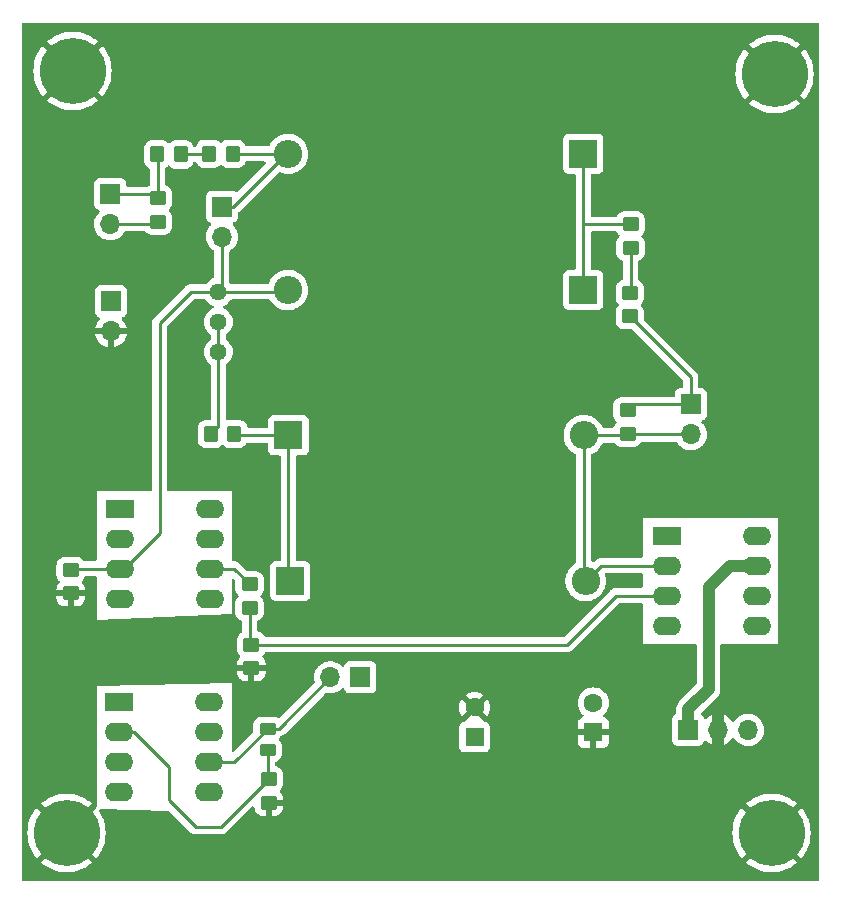
<source format=gtl>
G04 #@! TF.GenerationSoftware,KiCad,Pcbnew,(6.0.9)*
G04 #@! TF.CreationDate,2022-12-01T15:56:23+01:00*
G04 #@! TF.ProjectId,Twin-T,5477696e-2d54-42e6-9b69-6361645f7063,rev?*
G04 #@! TF.SameCoordinates,Original*
G04 #@! TF.FileFunction,Copper,L1,Top*
G04 #@! TF.FilePolarity,Positive*
%FSLAX46Y46*%
G04 Gerber Fmt 4.6, Leading zero omitted, Abs format (unit mm)*
G04 Created by KiCad (PCBNEW (6.0.9)) date 2022-12-01 15:56:23*
%MOMM*%
%LPD*%
G01*
G04 APERTURE LIST*
G04 Aperture macros list*
%AMRoundRect*
0 Rectangle with rounded corners*
0 $1 Rounding radius*
0 $2 $3 $4 $5 $6 $7 $8 $9 X,Y pos of 4 corners*
0 Add a 4 corners polygon primitive as box body*
4,1,4,$2,$3,$4,$5,$6,$7,$8,$9,$2,$3,0*
0 Add four circle primitives for the rounded corners*
1,1,$1+$1,$2,$3*
1,1,$1+$1,$4,$5*
1,1,$1+$1,$6,$7*
1,1,$1+$1,$8,$9*
0 Add four rect primitives between the rounded corners*
20,1,$1+$1,$2,$3,$4,$5,0*
20,1,$1+$1,$4,$5,$6,$7,0*
20,1,$1+$1,$6,$7,$8,$9,0*
20,1,$1+$1,$8,$9,$2,$3,0*%
G04 Aperture macros list end*
G04 #@! TA.AperFunction,ComponentPad*
%ADD10R,1.700000X1.700000*%
G04 #@! TD*
G04 #@! TA.AperFunction,ComponentPad*
%ADD11O,1.700000X1.700000*%
G04 #@! TD*
G04 #@! TA.AperFunction,ComponentPad*
%ADD12C,1.440000*%
G04 #@! TD*
G04 #@! TA.AperFunction,SMDPad,CuDef*
%ADD13RoundRect,0.250000X0.450000X-0.350000X0.450000X0.350000X-0.450000X0.350000X-0.450000X-0.350000X0*%
G04 #@! TD*
G04 #@! TA.AperFunction,ConnectorPad*
%ADD14C,5.600000*%
G04 #@! TD*
G04 #@! TA.AperFunction,ComponentPad*
%ADD15C,3.600000*%
G04 #@! TD*
G04 #@! TA.AperFunction,SMDPad,CuDef*
%ADD16RoundRect,0.250000X0.350000X0.450000X-0.350000X0.450000X-0.350000X-0.450000X0.350000X-0.450000X0*%
G04 #@! TD*
G04 #@! TA.AperFunction,ComponentPad*
%ADD17R,2.400000X2.400000*%
G04 #@! TD*
G04 #@! TA.AperFunction,ComponentPad*
%ADD18O,2.400000X2.400000*%
G04 #@! TD*
G04 #@! TA.AperFunction,ComponentPad*
%ADD19R,2.400000X1.600000*%
G04 #@! TD*
G04 #@! TA.AperFunction,ComponentPad*
%ADD20O,2.400000X1.600000*%
G04 #@! TD*
G04 #@! TA.AperFunction,ComponentPad*
%ADD21R,1.600000X1.600000*%
G04 #@! TD*
G04 #@! TA.AperFunction,ComponentPad*
%ADD22C,1.600000*%
G04 #@! TD*
G04 #@! TA.AperFunction,SMDPad,CuDef*
%ADD23RoundRect,0.250000X-0.350000X-0.450000X0.350000X-0.450000X0.350000X0.450000X-0.350000X0.450000X0*%
G04 #@! TD*
G04 #@! TA.AperFunction,SMDPad,CuDef*
%ADD24RoundRect,0.250000X-0.450000X0.262500X-0.450000X-0.262500X0.450000X-0.262500X0.450000X0.262500X0*%
G04 #@! TD*
G04 #@! TA.AperFunction,ViaPad*
%ADD25C,0.800000*%
G04 #@! TD*
G04 #@! TA.AperFunction,Conductor*
%ADD26C,1.000000*%
G04 #@! TD*
G04 #@! TA.AperFunction,Conductor*
%ADD27C,0.250000*%
G04 #@! TD*
G04 APERTURE END LIST*
D10*
X126441200Y-75488800D03*
D11*
X126441200Y-78028800D03*
D12*
X126136400Y-87792400D03*
X126136400Y-85252400D03*
X126136400Y-82712400D03*
D13*
X121021600Y-76777600D03*
X121021600Y-74777600D03*
D14*
X113792000Y-64008000D03*
D15*
X113792000Y-64008000D03*
D16*
X127492000Y-94742000D03*
X125492000Y-94742000D03*
D17*
X132232400Y-107188000D03*
D18*
X157232400Y-107188000D03*
D13*
X161036000Y-78962000D03*
X161036000Y-76962000D03*
D17*
X132076800Y-94843600D03*
D18*
X157076800Y-94843600D03*
D13*
X160782000Y-94726000D03*
X160782000Y-92726000D03*
X128930400Y-114572800D03*
X128930400Y-112572800D03*
D14*
X172974000Y-128524000D03*
D15*
X172974000Y-128524000D03*
D19*
X164119800Y-103337200D03*
D20*
X164119800Y-105877200D03*
X164119800Y-108417200D03*
X164119800Y-110957200D03*
X171739800Y-110957200D03*
X171739800Y-108417200D03*
X171739800Y-105877200D03*
X171739800Y-103337200D03*
D21*
X147828000Y-120396000D03*
D22*
X147828000Y-117896000D03*
D23*
X125355600Y-71018400D03*
X127355600Y-71018400D03*
D10*
X165912800Y-119786400D03*
D11*
X168452800Y-119786400D03*
X170992800Y-119786400D03*
D13*
X130403600Y-125952000D03*
X130403600Y-123952000D03*
D17*
X157026000Y-71018400D03*
D18*
X132026000Y-71018400D03*
D17*
X157026000Y-82550000D03*
D18*
X132026000Y-82550000D03*
D10*
X138156000Y-115341000D03*
D11*
X135616000Y-115341000D03*
D23*
X120936000Y-71069200D03*
X122936000Y-71069200D03*
D13*
X113639600Y-108238800D03*
X113639600Y-106238800D03*
X160985200Y-84785200D03*
X160985200Y-82785200D03*
D24*
X130302000Y-119684800D03*
X130302000Y-121509800D03*
D10*
X166141000Y-92222000D03*
D11*
X166141000Y-94762000D03*
D10*
X117043200Y-83515200D03*
D11*
X117043200Y-86055200D03*
D21*
X157886400Y-120003580D03*
D22*
X157886400Y-117503580D03*
D13*
X128778000Y-109458000D03*
X128778000Y-107458000D03*
D15*
X173228000Y-64262000D03*
D14*
X173228000Y-64262000D03*
D10*
X116992400Y-74422000D03*
D11*
X116992400Y-76962000D03*
D19*
X117703600Y-117449600D03*
D20*
X117703600Y-119989600D03*
X117703600Y-122529600D03*
X117703600Y-125069600D03*
X125323600Y-125069600D03*
X125323600Y-122529600D03*
X125323600Y-119989600D03*
X125323600Y-117449600D03*
D15*
X113284000Y-128524000D03*
D14*
X113284000Y-128524000D03*
D19*
X117790200Y-101051200D03*
D20*
X117790200Y-103591200D03*
X117790200Y-106131200D03*
X117790200Y-108671200D03*
X125410200Y-108671200D03*
X125410200Y-106131200D03*
X125410200Y-103591200D03*
X125410200Y-101051200D03*
D25*
X157226000Y-64516000D03*
X175006000Y-69596000D03*
X149352000Y-84836000D03*
X140462000Y-105156000D03*
X111506000Y-120142000D03*
X175006000Y-79502000D03*
X162306000Y-64516000D03*
X111506000Y-99822000D03*
X111506000Y-94996000D03*
X149606000Y-110236000D03*
X149606000Y-105156000D03*
X124714000Y-114046000D03*
X111506000Y-74422000D03*
X111506000Y-69596000D03*
X175006000Y-84836000D03*
X144526000Y-125476000D03*
X137160000Y-64516000D03*
X175006000Y-115316000D03*
X167132000Y-64516000D03*
X111506000Y-79756000D03*
X139700000Y-125476000D03*
X131826000Y-64516000D03*
X111506000Y-89662000D03*
X175006000Y-110236000D03*
X126746000Y-64516000D03*
X175006000Y-89662000D03*
X147320000Y-64516000D03*
X142240000Y-64516000D03*
X154686000Y-125476000D03*
X149606000Y-97536000D03*
X134112000Y-125476000D03*
X175006000Y-120650000D03*
X159766000Y-125476000D03*
X175006000Y-74676000D03*
X111506000Y-110236000D03*
X139446000Y-97536000D03*
X111506000Y-84582000D03*
X139446000Y-84836000D03*
X119634000Y-114046000D03*
X175006000Y-94996000D03*
X111506000Y-115316000D03*
X165100000Y-125476000D03*
X132334000Y-114046000D03*
X149352000Y-79756000D03*
X149606000Y-125476000D03*
X175260000Y-100076000D03*
X149352000Y-73660000D03*
X111506000Y-105156000D03*
X139446000Y-92456000D03*
X121666000Y-64516000D03*
X137160000Y-110490000D03*
X152146000Y-64516000D03*
X139446000Y-79756000D03*
X149352000Y-68580000D03*
X139700000Y-68580000D03*
X139700000Y-73660000D03*
X149606000Y-92456000D03*
D26*
X168452800Y-122123200D02*
X165100000Y-125476000D01*
X168452800Y-119786400D02*
X168452800Y-122123200D01*
X168452800Y-118059200D02*
X168452800Y-119786400D01*
X171196000Y-115316000D02*
X175006000Y-115316000D01*
X168452800Y-118059200D02*
X171196000Y-115316000D01*
X167640000Y-116332000D02*
X165912800Y-118059200D01*
X169458800Y-105877200D02*
X167640000Y-107696000D01*
X171739800Y-105877200D02*
X169458800Y-105877200D01*
X165912800Y-118059200D02*
X165912800Y-119786400D01*
X167640000Y-107696000D02*
X167640000Y-116332000D01*
D27*
X131873600Y-71018400D02*
X127355600Y-71018400D01*
X127403200Y-75488800D02*
X126441200Y-75488800D01*
X131873600Y-71018400D02*
X127403200Y-75488800D01*
X132076800Y-94843600D02*
X132076800Y-107032400D01*
X120837200Y-76962000D02*
X121021600Y-76777600D01*
X132076800Y-107032400D02*
X132232400Y-107188000D01*
X116992400Y-76962000D02*
X120837200Y-76962000D01*
X132076800Y-94843600D02*
X127593600Y-94843600D01*
X127593600Y-94843600D02*
X127492000Y-94742000D01*
X160664400Y-94843600D02*
X157076800Y-94843600D01*
X158543200Y-105877200D02*
X164119800Y-105877200D01*
X160818000Y-94762000D02*
X160782000Y-94726000D01*
X160782000Y-94726000D02*
X160664400Y-94843600D01*
X166141000Y-94762000D02*
X160818000Y-94762000D01*
X157232400Y-107188000D02*
X158543200Y-105877200D01*
X157076800Y-107032400D02*
X157232400Y-107188000D01*
X157076800Y-94843600D02*
X157076800Y-107032400D01*
X131863600Y-82712400D02*
X132026000Y-82550000D01*
X118190200Y-106131200D02*
X117790200Y-106131200D01*
X121158000Y-103163400D02*
X118190200Y-106131200D01*
X113747200Y-106131200D02*
X117790200Y-106131200D01*
X123789600Y-82712400D02*
X121158000Y-85344000D01*
X121158000Y-85344000D02*
X121158000Y-103163400D01*
X132066800Y-82712400D02*
X132127600Y-82651600D01*
X126136400Y-82712400D02*
X131863600Y-82712400D01*
X126441200Y-78028800D02*
X126441200Y-82407600D01*
X113639600Y-106238800D02*
X113747200Y-106131200D01*
X126136400Y-82712400D02*
X123789600Y-82712400D01*
X126441200Y-82407600D02*
X126136400Y-82712400D01*
X120666000Y-74422000D02*
X121021600Y-74777600D01*
X121021600Y-71154800D02*
X120936000Y-71069200D01*
X116992400Y-74422000D02*
X120666000Y-74422000D01*
X121021600Y-74777600D02*
X121021600Y-71154800D01*
X166141000Y-92222000D02*
X161286000Y-92222000D01*
X160985200Y-84785200D02*
X166141000Y-89941000D01*
X166141000Y-89941000D02*
X166141000Y-92222000D01*
X161286000Y-92222000D02*
X160782000Y-92726000D01*
X127451200Y-106131200D02*
X125410200Y-106131200D01*
X128778000Y-107458000D02*
X127451200Y-106131200D01*
X135616000Y-115341000D02*
X131272200Y-119684800D01*
X127457200Y-122529600D02*
X125323600Y-122529600D01*
X131272200Y-119684800D02*
X130302000Y-119684800D01*
X130302000Y-119684800D02*
X127457200Y-122529600D01*
X122936000Y-71069200D02*
X125304800Y-71069200D01*
X125304800Y-71069200D02*
X125355600Y-71018400D01*
X128778000Y-112420400D02*
X128930400Y-112572800D01*
X128778000Y-109458000D02*
X128778000Y-112420400D01*
X164119800Y-108417200D02*
X159806800Y-108417200D01*
X159806800Y-108417200D02*
X155651200Y-112572800D01*
X155651200Y-112572800D02*
X128930400Y-112572800D01*
X157026000Y-71018400D02*
X157026000Y-76908000D01*
X157026000Y-76908000D02*
X157026000Y-82550000D01*
X161036000Y-76962000D02*
X157080000Y-76962000D01*
X157080000Y-76962000D02*
X157026000Y-76908000D01*
X124206000Y-128016000D02*
X126339600Y-128016000D01*
X121920000Y-122936000D02*
X121920000Y-125730000D01*
X126339600Y-128016000D02*
X130403600Y-123952000D01*
X130302000Y-121509800D02*
X130302000Y-123850400D01*
X121920000Y-125730000D02*
X124206000Y-128016000D01*
X130302000Y-123850400D02*
X130403600Y-123952000D01*
X118973600Y-119989600D02*
X121920000Y-122936000D01*
X117703600Y-119989600D02*
X118973600Y-119989600D01*
X161036000Y-78962000D02*
X161036000Y-82734400D01*
X126136400Y-85252400D02*
X126075600Y-85252400D01*
X126075600Y-85252400D02*
X126136400Y-85313200D01*
X126136400Y-87792400D02*
X126136400Y-94097600D01*
X126136400Y-94097600D02*
X125492000Y-94742000D01*
X126136400Y-85313200D02*
X126136400Y-87792400D01*
G04 #@! TA.AperFunction,Conductor*
G36*
X176979621Y-59964502D02*
G01*
X177026114Y-60018158D01*
X177037500Y-60070500D01*
X177037500Y-132461500D01*
X177017498Y-132529621D01*
X176963842Y-132576114D01*
X176911500Y-132587500D01*
X109600500Y-132587500D01*
X109532379Y-132567498D01*
X109485886Y-132513842D01*
X109474500Y-132461500D01*
X109474500Y-131040381D01*
X111133160Y-131040381D01*
X111133237Y-131041470D01*
X111135698Y-131045206D01*
X111409632Y-131255404D01*
X111415262Y-131259259D01*
X111715591Y-131441862D01*
X111721593Y-131445080D01*
X112039897Y-131594184D01*
X112046202Y-131596732D01*
X112378743Y-131710587D01*
X112385313Y-131712446D01*
X112728183Y-131789714D01*
X112734912Y-131790853D01*
X113084143Y-131830643D01*
X113090933Y-131831046D01*
X113442419Y-131832886D01*
X113449220Y-131832554D01*
X113798853Y-131796423D01*
X113805581Y-131795357D01*
X114149274Y-131721676D01*
X114155822Y-131719897D01*
X114489549Y-131609527D01*
X114495891Y-131607041D01*
X114815718Y-131461288D01*
X114821777Y-131458121D01*
X115123995Y-131278676D01*
X115129659Y-131274884D01*
X115410732Y-131063849D01*
X115415958Y-131059464D01*
X115425613Y-131050428D01*
X115431540Y-131040381D01*
X170823160Y-131040381D01*
X170823237Y-131041470D01*
X170825698Y-131045206D01*
X171099632Y-131255404D01*
X171105262Y-131259259D01*
X171405591Y-131441862D01*
X171411593Y-131445080D01*
X171729897Y-131594184D01*
X171736202Y-131596732D01*
X172068743Y-131710587D01*
X172075313Y-131712446D01*
X172418183Y-131789714D01*
X172424912Y-131790853D01*
X172774143Y-131830643D01*
X172780933Y-131831046D01*
X173132419Y-131832886D01*
X173139220Y-131832554D01*
X173488853Y-131796423D01*
X173495581Y-131795357D01*
X173839274Y-131721676D01*
X173845822Y-131719897D01*
X174179549Y-131609527D01*
X174185891Y-131607041D01*
X174505718Y-131461288D01*
X174511777Y-131458121D01*
X174813995Y-131278676D01*
X174819659Y-131274884D01*
X175100732Y-131063849D01*
X175105958Y-131059464D01*
X175115613Y-131050428D01*
X175123682Y-131036750D01*
X175123654Y-131036024D01*
X175118512Y-131027723D01*
X172986810Y-128896020D01*
X172972869Y-128888408D01*
X172971034Y-128888539D01*
X172964420Y-128892790D01*
X170830774Y-131026437D01*
X170823160Y-131040381D01*
X115431540Y-131040381D01*
X115433682Y-131036750D01*
X115433654Y-131036024D01*
X115428512Y-131027723D01*
X113296810Y-128896020D01*
X113282869Y-128888408D01*
X113281034Y-128888539D01*
X113274420Y-128892790D01*
X111140774Y-131026437D01*
X111133160Y-131040381D01*
X109474500Y-131040381D01*
X109474500Y-128515832D01*
X109971333Y-128515832D01*
X109989117Y-128866893D01*
X109989827Y-128873649D01*
X110045420Y-129220723D01*
X110046859Y-129227378D01*
X110139608Y-129566410D01*
X110141757Y-129572871D01*
X110270581Y-129899912D01*
X110273412Y-129906095D01*
X110436803Y-130217310D01*
X110440286Y-130223152D01*
X110636330Y-130514896D01*
X110640433Y-130520340D01*
X110760425Y-130662836D01*
X110773164Y-130671279D01*
X110783608Y-130665181D01*
X112911980Y-128536810D01*
X112918357Y-128525131D01*
X113648408Y-128525131D01*
X113648539Y-128526966D01*
X113652790Y-128533580D01*
X115783009Y-130663798D01*
X115796605Y-130671223D01*
X115806218Y-130664522D01*
X115906518Y-130547912D01*
X115910676Y-130542514D01*
X116109762Y-130252840D01*
X116113310Y-130247029D01*
X116279942Y-129937559D01*
X116282849Y-129931381D01*
X116415090Y-129605713D01*
X116417304Y-129599283D01*
X116513598Y-129261237D01*
X116515105Y-129254607D01*
X116574332Y-128908118D01*
X116575112Y-128901378D01*
X116596668Y-128548925D01*
X116596784Y-128545323D01*
X116596853Y-128525819D01*
X116596761Y-128522194D01*
X116577666Y-128169615D01*
X116576931Y-128162849D01*
X116520130Y-127815985D01*
X116518663Y-127809313D01*
X116424736Y-127470627D01*
X116422562Y-127464163D01*
X116292598Y-127137578D01*
X116289742Y-127131398D01*
X116125269Y-126820763D01*
X116121764Y-126814929D01*
X116041118Y-126695815D01*
X116019490Y-126628193D01*
X116037855Y-126559613D01*
X116090381Y-126511848D01*
X116148253Y-126499206D01*
X121871053Y-126626379D01*
X121938713Y-126647890D01*
X121957349Y-126663253D01*
X123702343Y-128408247D01*
X123709887Y-128416537D01*
X123714000Y-128423018D01*
X123719777Y-128428443D01*
X123763667Y-128469658D01*
X123766509Y-128472413D01*
X123786230Y-128492134D01*
X123789425Y-128494612D01*
X123798447Y-128502318D01*
X123830679Y-128532586D01*
X123837628Y-128536406D01*
X123848432Y-128542346D01*
X123864956Y-128553199D01*
X123880959Y-128565613D01*
X123921543Y-128583176D01*
X123932173Y-128588383D01*
X123970940Y-128609695D01*
X123978617Y-128611666D01*
X123978622Y-128611668D01*
X123990558Y-128614732D01*
X124009266Y-128621137D01*
X124027855Y-128629181D01*
X124035683Y-128630421D01*
X124035690Y-128630423D01*
X124071524Y-128636099D01*
X124083144Y-128638505D01*
X124114959Y-128646673D01*
X124125970Y-128649500D01*
X124146224Y-128649500D01*
X124165934Y-128651051D01*
X124185943Y-128654220D01*
X124193835Y-128653474D01*
X124212580Y-128651702D01*
X124229962Y-128650059D01*
X124241819Y-128649500D01*
X126260833Y-128649500D01*
X126272016Y-128650027D01*
X126279509Y-128651702D01*
X126287435Y-128651453D01*
X126287436Y-128651453D01*
X126347586Y-128649562D01*
X126351545Y-128649500D01*
X126379456Y-128649500D01*
X126383391Y-128649003D01*
X126383456Y-128648995D01*
X126395293Y-128648062D01*
X126427551Y-128647048D01*
X126431570Y-128646922D01*
X126439489Y-128646673D01*
X126458943Y-128641021D01*
X126478300Y-128637013D01*
X126490530Y-128635468D01*
X126490531Y-128635468D01*
X126498397Y-128634474D01*
X126505768Y-128631555D01*
X126505770Y-128631555D01*
X126539512Y-128618196D01*
X126550742Y-128614351D01*
X126585583Y-128604229D01*
X126585584Y-128604229D01*
X126593193Y-128602018D01*
X126600012Y-128597985D01*
X126600017Y-128597983D01*
X126610628Y-128591707D01*
X126628376Y-128583012D01*
X126647217Y-128575552D01*
X126667587Y-128560753D01*
X126682987Y-128549564D01*
X126692907Y-128543048D01*
X126724135Y-128524580D01*
X126724138Y-128524578D01*
X126730962Y-128520542D01*
X126735672Y-128515832D01*
X169661333Y-128515832D01*
X169679117Y-128866893D01*
X169679827Y-128873649D01*
X169735420Y-129220723D01*
X169736859Y-129227378D01*
X169829608Y-129566410D01*
X169831757Y-129572871D01*
X169960581Y-129899912D01*
X169963412Y-129906095D01*
X170126803Y-130217310D01*
X170130286Y-130223152D01*
X170326330Y-130514896D01*
X170330433Y-130520340D01*
X170450425Y-130662836D01*
X170463164Y-130671279D01*
X170473608Y-130665181D01*
X172601980Y-128536810D01*
X172608357Y-128525131D01*
X173338408Y-128525131D01*
X173338539Y-128526966D01*
X173342790Y-128533580D01*
X175473009Y-130663798D01*
X175486605Y-130671223D01*
X175496218Y-130664522D01*
X175596518Y-130547912D01*
X175600676Y-130542514D01*
X175799762Y-130252840D01*
X175803310Y-130247029D01*
X175969942Y-129937559D01*
X175972849Y-129931381D01*
X176105090Y-129605713D01*
X176107304Y-129599283D01*
X176203598Y-129261237D01*
X176205105Y-129254607D01*
X176264332Y-128908118D01*
X176265112Y-128901378D01*
X176286668Y-128548925D01*
X176286784Y-128545323D01*
X176286853Y-128525819D01*
X176286761Y-128522194D01*
X176267666Y-128169615D01*
X176266931Y-128162849D01*
X176210130Y-127815985D01*
X176208663Y-127809313D01*
X176114736Y-127470627D01*
X176112562Y-127464163D01*
X175982598Y-127137578D01*
X175979742Y-127131398D01*
X175815269Y-126820763D01*
X175811769Y-126814937D01*
X175614697Y-126523862D01*
X175610590Y-126518453D01*
X175497565Y-126385179D01*
X175484740Y-126376743D01*
X175474416Y-126382795D01*
X173346020Y-128511190D01*
X173338408Y-128525131D01*
X172608357Y-128525131D01*
X172609592Y-128522869D01*
X172609461Y-128521034D01*
X172605210Y-128514420D01*
X170474992Y-126384203D01*
X170461455Y-126376811D01*
X170451753Y-126383599D01*
X170344430Y-126509257D01*
X170340296Y-126514664D01*
X170142215Y-126805041D01*
X170138697Y-126810851D01*
X169973134Y-127120922D01*
X169970259Y-127127087D01*
X169839155Y-127453218D01*
X169836962Y-127459658D01*
X169741846Y-127798044D01*
X169740363Y-127804679D01*
X169682350Y-128151354D01*
X169681591Y-128158126D01*
X169661357Y-128509037D01*
X169661333Y-128515832D01*
X126735672Y-128515832D01*
X126745283Y-128506221D01*
X126760317Y-128493380D01*
X126762032Y-128492134D01*
X126776707Y-128481472D01*
X126804898Y-128447395D01*
X126812888Y-128438616D01*
X128980887Y-126270617D01*
X129043198Y-126236592D01*
X129114013Y-126241657D01*
X129170849Y-126284204D01*
X129195516Y-126352371D01*
X129195601Y-126352362D01*
X129195637Y-126352705D01*
X129195812Y-126353190D01*
X129195937Y-126355600D01*
X129205857Y-126451206D01*
X129208749Y-126464600D01*
X129260188Y-126618784D01*
X129266361Y-126631962D01*
X129351663Y-126769807D01*
X129360699Y-126781208D01*
X129475429Y-126895739D01*
X129486840Y-126904751D01*
X129624843Y-126989816D01*
X129638024Y-126995963D01*
X129792310Y-127047138D01*
X129805686Y-127050005D01*
X129900038Y-127059672D01*
X129906454Y-127060000D01*
X130131485Y-127060000D01*
X130146724Y-127055525D01*
X130147929Y-127054135D01*
X130149600Y-127046452D01*
X130149600Y-127041884D01*
X130657600Y-127041884D01*
X130662075Y-127057123D01*
X130663465Y-127058328D01*
X130671148Y-127059999D01*
X130900695Y-127059999D01*
X130907214Y-127059662D01*
X131002806Y-127049743D01*
X131016200Y-127046851D01*
X131170384Y-126995412D01*
X131183562Y-126989239D01*
X131321407Y-126903937D01*
X131332808Y-126894901D01*
X131447339Y-126780171D01*
X131456351Y-126768760D01*
X131541416Y-126630757D01*
X131547563Y-126617576D01*
X131598738Y-126463290D01*
X131601605Y-126449914D01*
X131611272Y-126355562D01*
X131611600Y-126349146D01*
X131611600Y-126224115D01*
X131607125Y-126208876D01*
X131605735Y-126207671D01*
X131598052Y-126206000D01*
X130675715Y-126206000D01*
X130660476Y-126210475D01*
X130659271Y-126211865D01*
X130657600Y-126219548D01*
X130657600Y-127041884D01*
X130149600Y-127041884D01*
X130149600Y-126010862D01*
X170823950Y-126010862D01*
X170823986Y-126011704D01*
X170829037Y-126019826D01*
X172191710Y-127382500D01*
X172961190Y-128151980D01*
X172975131Y-128159592D01*
X172976966Y-128159461D01*
X172983580Y-128155210D01*
X173756290Y-127382500D01*
X175116798Y-126021991D01*
X175124412Y-126008047D01*
X175124344Y-126007090D01*
X175119834Y-126000271D01*
X175118418Y-125999065D01*
X174838813Y-125786064D01*
X174833187Y-125782240D01*
X174532214Y-125600681D01*
X174526202Y-125597484D01*
X174207370Y-125449487D01*
X174201070Y-125446967D01*
X173868129Y-125334273D01*
X173861551Y-125332437D01*
X173518417Y-125256367D01*
X173511678Y-125255251D01*
X173162310Y-125216680D01*
X173155529Y-125216301D01*
X172804015Y-125215687D01*
X172797242Y-125216042D01*
X172447720Y-125253395D01*
X172441010Y-125254482D01*
X172097586Y-125329361D01*
X172091011Y-125331172D01*
X171757683Y-125442702D01*
X171751361Y-125445205D01*
X171432034Y-125592079D01*
X171425991Y-125595265D01*
X171124401Y-125775763D01*
X171118755Y-125779571D01*
X170838408Y-125991596D01*
X170833211Y-125995987D01*
X170831972Y-125997155D01*
X170823950Y-126010862D01*
X130149600Y-126010862D01*
X130149600Y-125824000D01*
X130169602Y-125755879D01*
X130223258Y-125709386D01*
X130275600Y-125698000D01*
X131593484Y-125698000D01*
X131608723Y-125693525D01*
X131609928Y-125692135D01*
X131611599Y-125684452D01*
X131611599Y-125554905D01*
X131611262Y-125548386D01*
X131601343Y-125452794D01*
X131598451Y-125439400D01*
X131547012Y-125285216D01*
X131540839Y-125272038D01*
X131455537Y-125134193D01*
X131446501Y-125122792D01*
X131365138Y-125041570D01*
X131331059Y-124979287D01*
X131336062Y-124908467D01*
X131364983Y-124863380D01*
X131447730Y-124780488D01*
X131447734Y-124780483D01*
X131452905Y-124775303D01*
X131545715Y-124624738D01*
X131601397Y-124456861D01*
X131612100Y-124352400D01*
X131612100Y-123551600D01*
X131601126Y-123445834D01*
X131545150Y-123278054D01*
X131452078Y-123127652D01*
X131326903Y-123002695D01*
X131304631Y-122988966D01*
X131182568Y-122913725D01*
X131182566Y-122913724D01*
X131176338Y-122909885D01*
X131071197Y-122875011D01*
X131021833Y-122858638D01*
X130963473Y-122818207D01*
X130936236Y-122752643D01*
X130935500Y-122739045D01*
X130935500Y-122601497D01*
X130955502Y-122533376D01*
X131009158Y-122486883D01*
X131021623Y-122481974D01*
X131069002Y-122466167D01*
X131069004Y-122466166D01*
X131075946Y-122463850D01*
X131226348Y-122370778D01*
X131351305Y-122245603D01*
X131444115Y-122095038D01*
X131472603Y-122009149D01*
X131497632Y-121933689D01*
X131497632Y-121933687D01*
X131499797Y-121927161D01*
X131510500Y-121822700D01*
X131510500Y-121244134D01*
X146519500Y-121244134D01*
X146526255Y-121306316D01*
X146577385Y-121442705D01*
X146664739Y-121559261D01*
X146781295Y-121646615D01*
X146917684Y-121697745D01*
X146979866Y-121704500D01*
X148676134Y-121704500D01*
X148738316Y-121697745D01*
X148874705Y-121646615D01*
X148991261Y-121559261D01*
X149078615Y-121442705D01*
X149129745Y-121306316D01*
X149136500Y-121244134D01*
X149136500Y-120848249D01*
X156578401Y-120848249D01*
X156578771Y-120855070D01*
X156584295Y-120905932D01*
X156587921Y-120921184D01*
X156633076Y-121041634D01*
X156641614Y-121057229D01*
X156718115Y-121159304D01*
X156730676Y-121171865D01*
X156832751Y-121248366D01*
X156848346Y-121256904D01*
X156968794Y-121302058D01*
X156984049Y-121305685D01*
X157034914Y-121311211D01*
X157041728Y-121311580D01*
X157614285Y-121311580D01*
X157629524Y-121307105D01*
X157630729Y-121305715D01*
X157632400Y-121298032D01*
X157632400Y-121293464D01*
X158140400Y-121293464D01*
X158144875Y-121308703D01*
X158146265Y-121309908D01*
X158153948Y-121311579D01*
X158731069Y-121311579D01*
X158737890Y-121311209D01*
X158788752Y-121305685D01*
X158804004Y-121302059D01*
X158924454Y-121256904D01*
X158940049Y-121248366D01*
X159042124Y-121171865D01*
X159054685Y-121159304D01*
X159131186Y-121057229D01*
X159139724Y-121041634D01*
X159184878Y-120921186D01*
X159188505Y-120905931D01*
X159194031Y-120855066D01*
X159194400Y-120848252D01*
X159194400Y-120275695D01*
X159189925Y-120260456D01*
X159188535Y-120259251D01*
X159180852Y-120257580D01*
X158158515Y-120257580D01*
X158143276Y-120262055D01*
X158142071Y-120263445D01*
X158140400Y-120271128D01*
X158140400Y-121293464D01*
X157632400Y-121293464D01*
X157632400Y-120275695D01*
X157627925Y-120260456D01*
X157626535Y-120259251D01*
X157618852Y-120257580D01*
X156596516Y-120257580D01*
X156581277Y-120262055D01*
X156580072Y-120263445D01*
X156578401Y-120271128D01*
X156578401Y-120848249D01*
X149136500Y-120848249D01*
X149136500Y-119547866D01*
X149129745Y-119485684D01*
X149078615Y-119349295D01*
X148991261Y-119232739D01*
X148874705Y-119145385D01*
X148738316Y-119094255D01*
X148694748Y-119089522D01*
X148679514Y-119087867D01*
X148679511Y-119087867D01*
X148676134Y-119087500D01*
X148672815Y-119087500D01*
X148605890Y-119063847D01*
X148570196Y-119017844D01*
X148568266Y-119018859D01*
X148562558Y-119008000D01*
X148562368Y-119007755D01*
X148562347Y-119007597D01*
X148542356Y-118969566D01*
X147840812Y-118268022D01*
X147826868Y-118260408D01*
X147825035Y-118260539D01*
X147818420Y-118264790D01*
X147112923Y-118970287D01*
X147090129Y-119012029D01*
X147087953Y-119022029D01*
X147037747Y-119072227D01*
X146984186Y-119087451D01*
X146983281Y-119087500D01*
X146979866Y-119087500D01*
X146976470Y-119087869D01*
X146976468Y-119087869D01*
X146964121Y-119089210D01*
X146917684Y-119094255D01*
X146781295Y-119145385D01*
X146664739Y-119232739D01*
X146577385Y-119349295D01*
X146526255Y-119485684D01*
X146519500Y-119547866D01*
X146519500Y-121244134D01*
X131510500Y-121244134D01*
X131510500Y-121196900D01*
X131510163Y-121193650D01*
X131500238Y-121097992D01*
X131500237Y-121097988D01*
X131499526Y-121091134D01*
X131488215Y-121057229D01*
X131445868Y-120930302D01*
X131443550Y-120923354D01*
X131350478Y-120772952D01*
X131263891Y-120686516D01*
X131229812Y-120624234D01*
X131234815Y-120553414D01*
X131263736Y-120508325D01*
X131346133Y-120425784D01*
X131351305Y-120420603D01*
X131399288Y-120342761D01*
X131452060Y-120295268D01*
X131460163Y-120291726D01*
X131464016Y-120290201D01*
X131472116Y-120286994D01*
X131483342Y-120283151D01*
X131518183Y-120273029D01*
X131518184Y-120273029D01*
X131525793Y-120270818D01*
X131532612Y-120266785D01*
X131532617Y-120266783D01*
X131543228Y-120260507D01*
X131560976Y-120251812D01*
X131579817Y-120244352D01*
X131615587Y-120218364D01*
X131625507Y-120211848D01*
X131656735Y-120193380D01*
X131656738Y-120193378D01*
X131663562Y-120189342D01*
X131677883Y-120175021D01*
X131692917Y-120162180D01*
X131702894Y-120154931D01*
X131709307Y-120150272D01*
X131737498Y-120116195D01*
X131745488Y-120107416D01*
X133951430Y-117901475D01*
X146515483Y-117901475D01*
X146534472Y-118118519D01*
X146536375Y-118129312D01*
X146592764Y-118339761D01*
X146596510Y-118350053D01*
X146688586Y-118547511D01*
X146694069Y-118557006D01*
X146730509Y-118609048D01*
X146740988Y-118617424D01*
X146754434Y-118610356D01*
X147455978Y-117908812D01*
X147462356Y-117897132D01*
X148192408Y-117897132D01*
X148192539Y-117898965D01*
X148196790Y-117905580D01*
X148902287Y-118611077D01*
X148914062Y-118617507D01*
X148926077Y-118608211D01*
X148961931Y-118557006D01*
X148967414Y-118547511D01*
X149059490Y-118350053D01*
X149063236Y-118339761D01*
X149119625Y-118129312D01*
X149121528Y-118118519D01*
X149140517Y-117901475D01*
X149140517Y-117890525D01*
X149121528Y-117673481D01*
X149119625Y-117662688D01*
X149076993Y-117503580D01*
X156572902Y-117503580D01*
X156592857Y-117731667D01*
X156594281Y-117736980D01*
X156594281Y-117736982D01*
X156637194Y-117897132D01*
X156652116Y-117952823D01*
X156654439Y-117957804D01*
X156654439Y-117957805D01*
X156746551Y-118155342D01*
X156746554Y-118155347D01*
X156748877Y-118160329D01*
X156752034Y-118164837D01*
X156875695Y-118341443D01*
X156880202Y-118347880D01*
X157026322Y-118494000D01*
X157060348Y-118556312D01*
X157055283Y-118627127D01*
X157012736Y-118683963D01*
X156975794Y-118701263D01*
X156976193Y-118702328D01*
X156848346Y-118750256D01*
X156832751Y-118758794D01*
X156730676Y-118835295D01*
X156718115Y-118847856D01*
X156641614Y-118949931D01*
X156633076Y-118965526D01*
X156587922Y-119085974D01*
X156584295Y-119101229D01*
X156578769Y-119152094D01*
X156578400Y-119158908D01*
X156578400Y-119731465D01*
X156582875Y-119746704D01*
X156584265Y-119747909D01*
X156591948Y-119749580D01*
X159176284Y-119749580D01*
X159191523Y-119745105D01*
X159192728Y-119743715D01*
X159194399Y-119736032D01*
X159194399Y-119158911D01*
X159194029Y-119152090D01*
X159188505Y-119101228D01*
X159184879Y-119085976D01*
X159139724Y-118965526D01*
X159131186Y-118949931D01*
X159054685Y-118847856D01*
X159042124Y-118835295D01*
X158940049Y-118758794D01*
X158924454Y-118750256D01*
X158796607Y-118702328D01*
X158797304Y-118700468D01*
X158744772Y-118670449D01*
X158711958Y-118607490D01*
X158718392Y-118536786D01*
X158746479Y-118493999D01*
X158892598Y-118347880D01*
X158897106Y-118341443D01*
X159020766Y-118164837D01*
X159023923Y-118160329D01*
X159026246Y-118155347D01*
X159026249Y-118155342D01*
X159118361Y-117957805D01*
X159118361Y-117957804D01*
X159120684Y-117952823D01*
X159135607Y-117897132D01*
X159178519Y-117736982D01*
X159178519Y-117736980D01*
X159179943Y-117731667D01*
X159199898Y-117503580D01*
X159179943Y-117275493D01*
X159178519Y-117270178D01*
X159122107Y-117059647D01*
X159122106Y-117059645D01*
X159120684Y-117054337D01*
X159103544Y-117017579D01*
X159026249Y-116851818D01*
X159026246Y-116851813D01*
X159023923Y-116846831D01*
X158922579Y-116702097D01*
X158895757Y-116663791D01*
X158895755Y-116663788D01*
X158892598Y-116659280D01*
X158730700Y-116497382D01*
X158726192Y-116494225D01*
X158726189Y-116494223D01*
X158633465Y-116429297D01*
X158543149Y-116366057D01*
X158538167Y-116363734D01*
X158538162Y-116363731D01*
X158340625Y-116271619D01*
X158340624Y-116271619D01*
X158335643Y-116269296D01*
X158330335Y-116267874D01*
X158330333Y-116267873D01*
X158119802Y-116211461D01*
X158119800Y-116211461D01*
X158114487Y-116210037D01*
X157886400Y-116190082D01*
X157658313Y-116210037D01*
X157653000Y-116211461D01*
X157652998Y-116211461D01*
X157442467Y-116267873D01*
X157442465Y-116267874D01*
X157437157Y-116269296D01*
X157432176Y-116271619D01*
X157432175Y-116271619D01*
X157234638Y-116363731D01*
X157234633Y-116363734D01*
X157229651Y-116366057D01*
X157139335Y-116429297D01*
X157046611Y-116494223D01*
X157046608Y-116494225D01*
X157042100Y-116497382D01*
X156880202Y-116659280D01*
X156877045Y-116663788D01*
X156877043Y-116663791D01*
X156850221Y-116702097D01*
X156748877Y-116846831D01*
X156746554Y-116851813D01*
X156746551Y-116851818D01*
X156669256Y-117017579D01*
X156652116Y-117054337D01*
X156650694Y-117059645D01*
X156650693Y-117059647D01*
X156594281Y-117270178D01*
X156592857Y-117275493D01*
X156572902Y-117503580D01*
X149076993Y-117503580D01*
X149063236Y-117452239D01*
X149059490Y-117441947D01*
X148967414Y-117244489D01*
X148961931Y-117234994D01*
X148925491Y-117182952D01*
X148915012Y-117174576D01*
X148901566Y-117181644D01*
X148200022Y-117883188D01*
X148192408Y-117897132D01*
X147462356Y-117897132D01*
X147463592Y-117894868D01*
X147463461Y-117893035D01*
X147459210Y-117886420D01*
X146753713Y-117180923D01*
X146741938Y-117174493D01*
X146729923Y-117183789D01*
X146694069Y-117234994D01*
X146688586Y-117244489D01*
X146596510Y-117441947D01*
X146592764Y-117452239D01*
X146536375Y-117662688D01*
X146534472Y-117673481D01*
X146515483Y-117890525D01*
X146515483Y-117901475D01*
X133951430Y-117901475D01*
X135043917Y-116808988D01*
X147106576Y-116808988D01*
X147113644Y-116822434D01*
X147815188Y-117523978D01*
X147829132Y-117531592D01*
X147830965Y-117531461D01*
X147837580Y-117527210D01*
X148543077Y-116821713D01*
X148549507Y-116809938D01*
X148540211Y-116797923D01*
X148489006Y-116762069D01*
X148479511Y-116756586D01*
X148282053Y-116664510D01*
X148271761Y-116660764D01*
X148061312Y-116604375D01*
X148050519Y-116602472D01*
X147833475Y-116583483D01*
X147822525Y-116583483D01*
X147605481Y-116602472D01*
X147594688Y-116604375D01*
X147384239Y-116660764D01*
X147373947Y-116664510D01*
X147176489Y-116756586D01*
X147166994Y-116762069D01*
X147114952Y-116798509D01*
X147106576Y-116808988D01*
X135043917Y-116808988D01*
X135160550Y-116692355D01*
X135222862Y-116658329D01*
X135274762Y-116657979D01*
X135454597Y-116694567D01*
X135459772Y-116694757D01*
X135459774Y-116694757D01*
X135672673Y-116702564D01*
X135672677Y-116702564D01*
X135677837Y-116702753D01*
X135682957Y-116702097D01*
X135682959Y-116702097D01*
X135894288Y-116675025D01*
X135894289Y-116675025D01*
X135899416Y-116674368D01*
X135904366Y-116672883D01*
X136108429Y-116611661D01*
X136108434Y-116611659D01*
X136113384Y-116610174D01*
X136313994Y-116511896D01*
X136495860Y-116382173D01*
X136604091Y-116274319D01*
X136666462Y-116240404D01*
X136737268Y-116245592D01*
X136794030Y-116288238D01*
X136811012Y-116319341D01*
X136855385Y-116437705D01*
X136942739Y-116554261D01*
X137059295Y-116641615D01*
X137195684Y-116692745D01*
X137257866Y-116699500D01*
X139054134Y-116699500D01*
X139116316Y-116692745D01*
X139252705Y-116641615D01*
X139369261Y-116554261D01*
X139456615Y-116437705D01*
X139507745Y-116301316D01*
X139514500Y-116239134D01*
X139514500Y-114442866D01*
X139507745Y-114380684D01*
X139456615Y-114244295D01*
X139369261Y-114127739D01*
X139252705Y-114040385D01*
X139116316Y-113989255D01*
X139054134Y-113982500D01*
X137257866Y-113982500D01*
X137195684Y-113989255D01*
X137059295Y-114040385D01*
X136942739Y-114127739D01*
X136855385Y-114244295D01*
X136852233Y-114252703D01*
X136810919Y-114362907D01*
X136768277Y-114419671D01*
X136701716Y-114444371D01*
X136632367Y-114429163D01*
X136599743Y-114403476D01*
X136549151Y-114347875D01*
X136549142Y-114347866D01*
X136545670Y-114344051D01*
X136541619Y-114340852D01*
X136541615Y-114340848D01*
X136374414Y-114208800D01*
X136374410Y-114208798D01*
X136370359Y-114205598D01*
X136174789Y-114097638D01*
X136169920Y-114095914D01*
X136169916Y-114095912D01*
X135969087Y-114024795D01*
X135969083Y-114024794D01*
X135964212Y-114023069D01*
X135959119Y-114022162D01*
X135959116Y-114022161D01*
X135749373Y-113984800D01*
X135749367Y-113984799D01*
X135744284Y-113983894D01*
X135670452Y-113982992D01*
X135526081Y-113981228D01*
X135526079Y-113981228D01*
X135520911Y-113981165D01*
X135300091Y-114014955D01*
X135087756Y-114084357D01*
X134889607Y-114187507D01*
X134885474Y-114190610D01*
X134885471Y-114190612D01*
X134732785Y-114305252D01*
X134710965Y-114321635D01*
X134671525Y-114362907D01*
X134617280Y-114419671D01*
X134556629Y-114483138D01*
X134430743Y-114667680D01*
X134428564Y-114672375D01*
X134348474Y-114844915D01*
X134336688Y-114870305D01*
X134276989Y-115085570D01*
X134253251Y-115307695D01*
X134253548Y-115312848D01*
X134253548Y-115312851D01*
X134258629Y-115400971D01*
X134266110Y-115530715D01*
X134267247Y-115535761D01*
X134267248Y-115535767D01*
X134299453Y-115678668D01*
X134294917Y-115749520D01*
X134265631Y-115795464D01*
X131303647Y-118757448D01*
X131241335Y-118791474D01*
X131170520Y-118786409D01*
X131148436Y-118775613D01*
X131080968Y-118734025D01*
X131080966Y-118734024D01*
X131074738Y-118730185D01*
X130952664Y-118689695D01*
X130913389Y-118676668D01*
X130913387Y-118676668D01*
X130906861Y-118674503D01*
X130900025Y-118673803D01*
X130900022Y-118673802D01*
X130856969Y-118669391D01*
X130802400Y-118663800D01*
X129801600Y-118663800D01*
X129798354Y-118664137D01*
X129798350Y-118664137D01*
X129702692Y-118674062D01*
X129702688Y-118674063D01*
X129695834Y-118674774D01*
X129689298Y-118676955D01*
X129689296Y-118676955D01*
X129618820Y-118700468D01*
X129528054Y-118730750D01*
X129377652Y-118823822D01*
X129252695Y-118948997D01*
X129248855Y-118955227D01*
X129248854Y-118955228D01*
X129167093Y-119087869D01*
X129159885Y-119099562D01*
X129104203Y-119267439D01*
X129093500Y-119371900D01*
X129093500Y-119945206D01*
X129073498Y-120013327D01*
X129056595Y-120034301D01*
X127469095Y-121621800D01*
X127406783Y-121655826D01*
X127335967Y-121650761D01*
X127279132Y-121608214D01*
X127254321Y-121541694D01*
X127254000Y-121532705D01*
X127254000Y-115824000D01*
X115824000Y-116078000D01*
X115824000Y-126291021D01*
X115803998Y-126359142D01*
X115787095Y-126380116D01*
X113656020Y-128511190D01*
X113648408Y-128525131D01*
X112918357Y-128525131D01*
X112919592Y-128522869D01*
X112919461Y-128521034D01*
X112915210Y-128514420D01*
X110784992Y-126384203D01*
X110771455Y-126376811D01*
X110761753Y-126383599D01*
X110654430Y-126509257D01*
X110650296Y-126514664D01*
X110452215Y-126805041D01*
X110448697Y-126810851D01*
X110283134Y-127120922D01*
X110280259Y-127127087D01*
X110149155Y-127453218D01*
X110146962Y-127459658D01*
X110051846Y-127798044D01*
X110050363Y-127804679D01*
X109992350Y-128151354D01*
X109991591Y-128158126D01*
X109971357Y-128509037D01*
X109971333Y-128515832D01*
X109474500Y-128515832D01*
X109474500Y-126010862D01*
X111133950Y-126010862D01*
X111133986Y-126011704D01*
X111139037Y-126019826D01*
X113271190Y-128151980D01*
X113285131Y-128159592D01*
X113286966Y-128159461D01*
X113293580Y-128155210D01*
X115426798Y-126021991D01*
X115434412Y-126008047D01*
X115434344Y-126007089D01*
X115429836Y-126000272D01*
X115428418Y-125999065D01*
X115148813Y-125786064D01*
X115143187Y-125782240D01*
X114842214Y-125600681D01*
X114836202Y-125597484D01*
X114517370Y-125449487D01*
X114511070Y-125446967D01*
X114178129Y-125334273D01*
X114171551Y-125332437D01*
X113828417Y-125256367D01*
X113821678Y-125255251D01*
X113472310Y-125216680D01*
X113465529Y-125216301D01*
X113114015Y-125215687D01*
X113107242Y-125216042D01*
X112757720Y-125253395D01*
X112751010Y-125254482D01*
X112407586Y-125329361D01*
X112401011Y-125331172D01*
X112067683Y-125442702D01*
X112061361Y-125445205D01*
X111742034Y-125592079D01*
X111735991Y-125595265D01*
X111434401Y-125775763D01*
X111428755Y-125779571D01*
X111148408Y-125991596D01*
X111143211Y-125995987D01*
X111141972Y-125997155D01*
X111133950Y-126010862D01*
X109474500Y-126010862D01*
X109474500Y-114969895D01*
X127722401Y-114969895D01*
X127722738Y-114976414D01*
X127732657Y-115072006D01*
X127735549Y-115085400D01*
X127786988Y-115239584D01*
X127793161Y-115252762D01*
X127878463Y-115390607D01*
X127887499Y-115402008D01*
X128002229Y-115516539D01*
X128013640Y-115525551D01*
X128151643Y-115610616D01*
X128164824Y-115616763D01*
X128319110Y-115667938D01*
X128332486Y-115670805D01*
X128426838Y-115680472D01*
X128433254Y-115680800D01*
X128658285Y-115680800D01*
X128673524Y-115676325D01*
X128674729Y-115674935D01*
X128676400Y-115667252D01*
X128676400Y-115662684D01*
X129184400Y-115662684D01*
X129188875Y-115677923D01*
X129190265Y-115679128D01*
X129197948Y-115680799D01*
X129427495Y-115680799D01*
X129434014Y-115680462D01*
X129529606Y-115670543D01*
X129543000Y-115667651D01*
X129697184Y-115616212D01*
X129710362Y-115610039D01*
X129848207Y-115524737D01*
X129859608Y-115515701D01*
X129974139Y-115400971D01*
X129983151Y-115389560D01*
X130068216Y-115251557D01*
X130074363Y-115238376D01*
X130125538Y-115084090D01*
X130128405Y-115070714D01*
X130138072Y-114976362D01*
X130138400Y-114969946D01*
X130138400Y-114844915D01*
X130133925Y-114829676D01*
X130132535Y-114828471D01*
X130124852Y-114826800D01*
X129202515Y-114826800D01*
X129187276Y-114831275D01*
X129186071Y-114832665D01*
X129184400Y-114840348D01*
X129184400Y-115662684D01*
X128676400Y-115662684D01*
X128676400Y-114844915D01*
X128671925Y-114829676D01*
X128670535Y-114828471D01*
X128662852Y-114826800D01*
X127740516Y-114826800D01*
X127725277Y-114831275D01*
X127724072Y-114832665D01*
X127722401Y-114840348D01*
X127722401Y-114969895D01*
X109474500Y-114969895D01*
X109474500Y-108635895D01*
X112431601Y-108635895D01*
X112431938Y-108642414D01*
X112441857Y-108738006D01*
X112444749Y-108751400D01*
X112496188Y-108905584D01*
X112502361Y-108918762D01*
X112587663Y-109056607D01*
X112596699Y-109068008D01*
X112711429Y-109182539D01*
X112722840Y-109191551D01*
X112860843Y-109276616D01*
X112874024Y-109282763D01*
X113028310Y-109333938D01*
X113041686Y-109336805D01*
X113136038Y-109346472D01*
X113142454Y-109346800D01*
X113367485Y-109346800D01*
X113382724Y-109342325D01*
X113383929Y-109340935D01*
X113385600Y-109333252D01*
X113385600Y-109328684D01*
X113893600Y-109328684D01*
X113898075Y-109343923D01*
X113899465Y-109345128D01*
X113907148Y-109346799D01*
X114136695Y-109346799D01*
X114143214Y-109346462D01*
X114238806Y-109336543D01*
X114252200Y-109333651D01*
X114406384Y-109282212D01*
X114419562Y-109276039D01*
X114557407Y-109190737D01*
X114568808Y-109181701D01*
X114683339Y-109066971D01*
X114692351Y-109055560D01*
X114777416Y-108917557D01*
X114783563Y-108904376D01*
X114834738Y-108750090D01*
X114837605Y-108736714D01*
X114847272Y-108642362D01*
X114847600Y-108635946D01*
X114847600Y-108510915D01*
X114843125Y-108495676D01*
X114841735Y-108494471D01*
X114834052Y-108492800D01*
X113911715Y-108492800D01*
X113896476Y-108497275D01*
X113895271Y-108498665D01*
X113893600Y-108506348D01*
X113893600Y-109328684D01*
X113385600Y-109328684D01*
X113385600Y-108510915D01*
X113381125Y-108495676D01*
X113379735Y-108494471D01*
X113372052Y-108492800D01*
X112449716Y-108492800D01*
X112434477Y-108497275D01*
X112433272Y-108498665D01*
X112431601Y-108506348D01*
X112431601Y-108635895D01*
X109474500Y-108635895D01*
X109474500Y-106639200D01*
X112431100Y-106639200D01*
X112431437Y-106642446D01*
X112431437Y-106642450D01*
X112435617Y-106682732D01*
X112442074Y-106744966D01*
X112444255Y-106751502D01*
X112444255Y-106751504D01*
X112488328Y-106883606D01*
X112498050Y-106912746D01*
X112591122Y-107063148D01*
X112596304Y-107068321D01*
X112678063Y-107149938D01*
X112712142Y-107212221D01*
X112707139Y-107283041D01*
X112678218Y-107328129D01*
X112595861Y-107410629D01*
X112586849Y-107422040D01*
X112501784Y-107560043D01*
X112495637Y-107573224D01*
X112444462Y-107727510D01*
X112441595Y-107740886D01*
X112431928Y-107835238D01*
X112431600Y-107841655D01*
X112431600Y-107966685D01*
X112436075Y-107981924D01*
X112437465Y-107983129D01*
X112445148Y-107984800D01*
X114829484Y-107984800D01*
X114844723Y-107980325D01*
X114845928Y-107978935D01*
X114847599Y-107971252D01*
X114847599Y-107841705D01*
X114847262Y-107835186D01*
X114837343Y-107739594D01*
X114834451Y-107726200D01*
X114783012Y-107572016D01*
X114776839Y-107558838D01*
X114691537Y-107420993D01*
X114682501Y-107409592D01*
X114601138Y-107328370D01*
X114567059Y-107266087D01*
X114572062Y-107195267D01*
X114600983Y-107150180D01*
X114683730Y-107067288D01*
X114683734Y-107067283D01*
X114688905Y-107062103D01*
X114764534Y-106939411D01*
X114777875Y-106917768D01*
X114777876Y-106917766D01*
X114781715Y-106911538D01*
X114801784Y-106851032D01*
X114842215Y-106792672D01*
X114907780Y-106765436D01*
X114921377Y-106764700D01*
X115698000Y-106764700D01*
X115766121Y-106784702D01*
X115812614Y-106838358D01*
X115824000Y-106890700D01*
X115824000Y-110490000D01*
X115838947Y-110489336D01*
X115838948Y-110489336D01*
X121537425Y-110236070D01*
X127254000Y-109982000D01*
X127254000Y-107134094D01*
X127274002Y-107065973D01*
X127327658Y-107019480D01*
X127397932Y-107009376D01*
X127462512Y-107038870D01*
X127469095Y-107044999D01*
X127532595Y-107108499D01*
X127566621Y-107170811D01*
X127569500Y-107197594D01*
X127569500Y-107858400D01*
X127569837Y-107861646D01*
X127569837Y-107861650D01*
X127576616Y-107926979D01*
X127580474Y-107964166D01*
X127582655Y-107970702D01*
X127582655Y-107970704D01*
X127594268Y-108005512D01*
X127636450Y-108131946D01*
X127729522Y-108282348D01*
X127762538Y-108315306D01*
X127816109Y-108368784D01*
X127850188Y-108431066D01*
X127845185Y-108501886D01*
X127816264Y-108546975D01*
X127792227Y-108571054D01*
X127728695Y-108634697D01*
X127724855Y-108640927D01*
X127724854Y-108640928D01*
X127653527Y-108756642D01*
X127635885Y-108785262D01*
X127580203Y-108953139D01*
X127569500Y-109057600D01*
X127569500Y-109858400D01*
X127580474Y-109964166D01*
X127636450Y-110131946D01*
X127729522Y-110282348D01*
X127854697Y-110407305D01*
X127860927Y-110411145D01*
X127860928Y-110411146D01*
X127988853Y-110490000D01*
X128005262Y-110500115D01*
X128058168Y-110517663D01*
X128116527Y-110558094D01*
X128143764Y-110623658D01*
X128144500Y-110637256D01*
X128144500Y-111468445D01*
X128124498Y-111536566D01*
X128084803Y-111575589D01*
X128006052Y-111624322D01*
X127881095Y-111749497D01*
X127788285Y-111900062D01*
X127732603Y-112067939D01*
X127721900Y-112172400D01*
X127721900Y-112973200D01*
X127722237Y-112976446D01*
X127722237Y-112976450D01*
X127731220Y-113063021D01*
X127732874Y-113078966D01*
X127735055Y-113085502D01*
X127735055Y-113085504D01*
X127756075Y-113148507D01*
X127788850Y-113246746D01*
X127881922Y-113397148D01*
X127887104Y-113402321D01*
X127968863Y-113483938D01*
X128002942Y-113546221D01*
X127997939Y-113617041D01*
X127969018Y-113662129D01*
X127886661Y-113744629D01*
X127877649Y-113756040D01*
X127792584Y-113894043D01*
X127786437Y-113907224D01*
X127735262Y-114061510D01*
X127732395Y-114074886D01*
X127722728Y-114169238D01*
X127722400Y-114175655D01*
X127722400Y-114300685D01*
X127726875Y-114315924D01*
X127728265Y-114317129D01*
X127735948Y-114318800D01*
X130120284Y-114318800D01*
X130135523Y-114314325D01*
X130136728Y-114312935D01*
X130138399Y-114305252D01*
X130138399Y-114175705D01*
X130138062Y-114169186D01*
X130128143Y-114073594D01*
X130125251Y-114060200D01*
X130073812Y-113906016D01*
X130067639Y-113892838D01*
X129982337Y-113754993D01*
X129973301Y-113743592D01*
X129891938Y-113662370D01*
X129857859Y-113600087D01*
X129862862Y-113529267D01*
X129891783Y-113484180D01*
X129974530Y-113401288D01*
X129974534Y-113401283D01*
X129979705Y-113396103D01*
X130059789Y-113266184D01*
X130112562Y-113218690D01*
X130167049Y-113206300D01*
X155572433Y-113206300D01*
X155583616Y-113206827D01*
X155591109Y-113208502D01*
X155599035Y-113208253D01*
X155599036Y-113208253D01*
X155659186Y-113206362D01*
X155663145Y-113206300D01*
X155691056Y-113206300D01*
X155694991Y-113205803D01*
X155695056Y-113205795D01*
X155706893Y-113204862D01*
X155739151Y-113203848D01*
X155743170Y-113203722D01*
X155751089Y-113203473D01*
X155770543Y-113197821D01*
X155789900Y-113193813D01*
X155802130Y-113192268D01*
X155802131Y-113192268D01*
X155809997Y-113191274D01*
X155817368Y-113188355D01*
X155817370Y-113188355D01*
X155851112Y-113174996D01*
X155862342Y-113171151D01*
X155897183Y-113161029D01*
X155897184Y-113161029D01*
X155904793Y-113158818D01*
X155911612Y-113154785D01*
X155911617Y-113154783D01*
X155922228Y-113148507D01*
X155939976Y-113139812D01*
X155958817Y-113132352D01*
X155994587Y-113106364D01*
X156004507Y-113099848D01*
X156035735Y-113081380D01*
X156035738Y-113081378D01*
X156042562Y-113077342D01*
X156056883Y-113063021D01*
X156071917Y-113050180D01*
X156081894Y-113042931D01*
X156088307Y-113038272D01*
X156116498Y-113004195D01*
X156124488Y-112995416D01*
X160032300Y-109087605D01*
X160094612Y-109053579D01*
X160121395Y-109050700D01*
X161926000Y-109050700D01*
X161994121Y-109070702D01*
X162040614Y-109124358D01*
X162052000Y-109176700D01*
X162052000Y-112522000D01*
X166505500Y-112522000D01*
X166573621Y-112542002D01*
X166620114Y-112595658D01*
X166631500Y-112648000D01*
X166631500Y-115862076D01*
X166611498Y-115930197D01*
X166594595Y-115951171D01*
X165243421Y-117302345D01*
X165233278Y-117311447D01*
X165203775Y-117335168D01*
X165199808Y-117339896D01*
X165171509Y-117373621D01*
X165168328Y-117377269D01*
X165166685Y-117379081D01*
X165164491Y-117381275D01*
X165137158Y-117414549D01*
X165136496Y-117415347D01*
X165076646Y-117486674D01*
X165074078Y-117491344D01*
X165070697Y-117495461D01*
X165051394Y-117531461D01*
X165026823Y-117577286D01*
X165026194Y-117578445D01*
X164984338Y-117654581D01*
X164984335Y-117654589D01*
X164981367Y-117659987D01*
X164979755Y-117665069D01*
X164977238Y-117669763D01*
X164950038Y-117758731D01*
X164949718Y-117759759D01*
X164921565Y-117848506D01*
X164920971Y-117853802D01*
X164919413Y-117858898D01*
X164910412Y-117947513D01*
X164910018Y-117951387D01*
X164909889Y-117952593D01*
X164904300Y-118002427D01*
X164904300Y-118005954D01*
X164904245Y-118006939D01*
X164903798Y-118012619D01*
X164899426Y-118055662D01*
X164900006Y-118061793D01*
X164903741Y-118101309D01*
X164904300Y-118113167D01*
X164904300Y-118365391D01*
X164884298Y-118433512D01*
X164830642Y-118480005D01*
X164825106Y-118482303D01*
X164824504Y-118482632D01*
X164816095Y-118485785D01*
X164699539Y-118573139D01*
X164612185Y-118689695D01*
X164561055Y-118826084D01*
X164554300Y-118888266D01*
X164554300Y-120684534D01*
X164561055Y-120746716D01*
X164612185Y-120883105D01*
X164699539Y-120999661D01*
X164816095Y-121087015D01*
X164952484Y-121138145D01*
X165014666Y-121144900D01*
X166810934Y-121144900D01*
X166873116Y-121138145D01*
X167009505Y-121087015D01*
X167126061Y-120999661D01*
X167213415Y-120883105D01*
X167257598Y-120765248D01*
X167300240Y-120708484D01*
X167366801Y-120683784D01*
X167436150Y-120698992D01*
X167470817Y-120726980D01*
X167496018Y-120756073D01*
X167503380Y-120763283D01*
X167667234Y-120899316D01*
X167675681Y-120905231D01*
X167859556Y-121012679D01*
X167868842Y-121017129D01*
X168067801Y-121093103D01*
X168077699Y-121095979D01*
X168181050Y-121117006D01*
X168195099Y-121115810D01*
X168198800Y-121105465D01*
X168198800Y-121104917D01*
X168706800Y-121104917D01*
X168710864Y-121118759D01*
X168724278Y-121120793D01*
X168730984Y-121119934D01*
X168741062Y-121117792D01*
X168945055Y-121056591D01*
X168954642Y-121052833D01*
X169145895Y-120959139D01*
X169154745Y-120953864D01*
X169328128Y-120830192D01*
X169336000Y-120823539D01*
X169486852Y-120673212D01*
X169493530Y-120665365D01*
X169620822Y-120488219D01*
X169622079Y-120489122D01*
X169669173Y-120445762D01*
X169739111Y-120433545D01*
X169804551Y-120461078D01*
X169832379Y-120492911D01*
X169892787Y-120591488D01*
X170039050Y-120760338D01*
X170210926Y-120903032D01*
X170403800Y-121015738D01*
X170612492Y-121095430D01*
X170617560Y-121096461D01*
X170617563Y-121096462D01*
X170712662Y-121115810D01*
X170831397Y-121139967D01*
X170836572Y-121140157D01*
X170836574Y-121140157D01*
X171049473Y-121147964D01*
X171049477Y-121147964D01*
X171054637Y-121148153D01*
X171059757Y-121147497D01*
X171059759Y-121147497D01*
X171271088Y-121120425D01*
X171271089Y-121120425D01*
X171276216Y-121119768D01*
X171281166Y-121118283D01*
X171485229Y-121057061D01*
X171485234Y-121057059D01*
X171490184Y-121055574D01*
X171690794Y-120957296D01*
X171872660Y-120827573D01*
X171921223Y-120779180D01*
X172016952Y-120683784D01*
X172030896Y-120669889D01*
X172161253Y-120488477D01*
X172174795Y-120461078D01*
X172257936Y-120292853D01*
X172257937Y-120292851D01*
X172260230Y-120288211D01*
X172312493Y-120116195D01*
X172323665Y-120079423D01*
X172323665Y-120079421D01*
X172325170Y-120074469D01*
X172354329Y-119852990D01*
X172355956Y-119786400D01*
X172337652Y-119563761D01*
X172283231Y-119347102D01*
X172194154Y-119142240D01*
X172107152Y-119007755D01*
X172075622Y-118959017D01*
X172075620Y-118959014D01*
X172072814Y-118954677D01*
X171922470Y-118789451D01*
X171918419Y-118786252D01*
X171918415Y-118786248D01*
X171751214Y-118654200D01*
X171751210Y-118654198D01*
X171747159Y-118650998D01*
X171710828Y-118630942D01*
X171686490Y-118617507D01*
X171551589Y-118543038D01*
X171546720Y-118541314D01*
X171546716Y-118541312D01*
X171345887Y-118470195D01*
X171345883Y-118470194D01*
X171341012Y-118468469D01*
X171335919Y-118467562D01*
X171335916Y-118467561D01*
X171126173Y-118430200D01*
X171126167Y-118430199D01*
X171121084Y-118429294D01*
X171047252Y-118428392D01*
X170902881Y-118426628D01*
X170902879Y-118426628D01*
X170897711Y-118426565D01*
X170676891Y-118460355D01*
X170464556Y-118529757D01*
X170430451Y-118547511D01*
X170296150Y-118617424D01*
X170266407Y-118632907D01*
X170262274Y-118636010D01*
X170262271Y-118636012D01*
X170098741Y-118758794D01*
X170087765Y-118767035D01*
X169933429Y-118928538D01*
X169930515Y-118932810D01*
X169930514Y-118932811D01*
X169905442Y-118969566D01*
X169826034Y-119085974D01*
X169825698Y-119086466D01*
X169770787Y-119131469D01*
X169700262Y-119139640D01*
X169636515Y-119108386D01*
X169615818Y-119083902D01*
X169535226Y-118959326D01*
X169528936Y-118951157D01*
X169385606Y-118793640D01*
X169378073Y-118786615D01*
X169210939Y-118654622D01*
X169202352Y-118648917D01*
X169015917Y-118545999D01*
X169006505Y-118541769D01*
X168805759Y-118470680D01*
X168795788Y-118468046D01*
X168724637Y-118455372D01*
X168711340Y-118456832D01*
X168706800Y-118471389D01*
X168706800Y-121104917D01*
X168198800Y-121104917D01*
X168198800Y-118469502D01*
X168194882Y-118456158D01*
X168180606Y-118454171D01*
X168142124Y-118460060D01*
X168132088Y-118462451D01*
X167929668Y-118528612D01*
X167920159Y-118532609D01*
X167731263Y-118630942D01*
X167722538Y-118636436D01*
X167552233Y-118764305D01*
X167544526Y-118771148D01*
X167467278Y-118851984D01*
X167405754Y-118887414D01*
X167334842Y-118883957D01*
X167277055Y-118842711D01*
X167258202Y-118809163D01*
X167216567Y-118698103D01*
X167213415Y-118689695D01*
X167126061Y-118573139D01*
X167085898Y-118543038D01*
X167070321Y-118531364D01*
X167027806Y-118474505D01*
X167022780Y-118403686D01*
X167056791Y-118341443D01*
X168309379Y-117088855D01*
X168319522Y-117079753D01*
X168344218Y-117059897D01*
X168349025Y-117056032D01*
X168381292Y-117017578D01*
X168384472Y-117013931D01*
X168386115Y-117012119D01*
X168388309Y-117009925D01*
X168415642Y-116976651D01*
X168416348Y-116975800D01*
X168472195Y-116909244D01*
X168476154Y-116904526D01*
X168478722Y-116899856D01*
X168482103Y-116895739D01*
X168526015Y-116813842D01*
X168526624Y-116812720D01*
X168528154Y-116809938D01*
X168557484Y-116756586D01*
X168568466Y-116736611D01*
X168568468Y-116736606D01*
X168571433Y-116731213D01*
X168573044Y-116726135D01*
X168575563Y-116721437D01*
X168602753Y-116632502D01*
X168603136Y-116631272D01*
X168629371Y-116548570D01*
X168631235Y-116542694D01*
X168631828Y-116537403D01*
X168633388Y-116532302D01*
X168642795Y-116439689D01*
X168642915Y-116438569D01*
X168648500Y-116388773D01*
X168648500Y-116385244D01*
X168648555Y-116384261D01*
X168649004Y-116378556D01*
X168652752Y-116341664D01*
X168652752Y-116341661D01*
X168653374Y-116335537D01*
X168649059Y-116289888D01*
X168648500Y-116278031D01*
X168648500Y-112648000D01*
X168668502Y-112579879D01*
X168722158Y-112533386D01*
X168774500Y-112522000D01*
X173482000Y-112522000D01*
X173482000Y-101854000D01*
X162052000Y-101854000D01*
X162052000Y-105117700D01*
X162031998Y-105185821D01*
X161978342Y-105232314D01*
X161926000Y-105243700D01*
X158621967Y-105243700D01*
X158610784Y-105243173D01*
X158603291Y-105241498D01*
X158595365Y-105241747D01*
X158595364Y-105241747D01*
X158535214Y-105243638D01*
X158531255Y-105243700D01*
X158503344Y-105243700D01*
X158499410Y-105244197D01*
X158499409Y-105244197D01*
X158499344Y-105244205D01*
X158487507Y-105245138D01*
X158455690Y-105246138D01*
X158451229Y-105246278D01*
X158443310Y-105246527D01*
X158425654Y-105251656D01*
X158423858Y-105252178D01*
X158404506Y-105256186D01*
X158397435Y-105257080D01*
X158384403Y-105258726D01*
X158377034Y-105261643D01*
X158377032Y-105261644D01*
X158343297Y-105275000D01*
X158332069Y-105278845D01*
X158289607Y-105291182D01*
X158282784Y-105295217D01*
X158282782Y-105295218D01*
X158272172Y-105301493D01*
X158254424Y-105310188D01*
X158235583Y-105317648D01*
X158229167Y-105322310D01*
X158229166Y-105322310D01*
X158199813Y-105343636D01*
X158189893Y-105350152D01*
X158158665Y-105368620D01*
X158158662Y-105368622D01*
X158151838Y-105372658D01*
X158137517Y-105386979D01*
X158122484Y-105399819D01*
X158106093Y-105411728D01*
X158095906Y-105424042D01*
X158077902Y-105445805D01*
X158069912Y-105454584D01*
X157967040Y-105557456D01*
X157904728Y-105591482D01*
X157839534Y-105588363D01*
X157797889Y-105575033D01*
X157739108Y-105535217D01*
X157711185Y-105469942D01*
X157710300Y-105455031D01*
X157710300Y-96514025D01*
X157730302Y-96445904D01*
X157786563Y-96398257D01*
X157867910Y-96363308D01*
X157871890Y-96360845D01*
X157871894Y-96360843D01*
X158079864Y-96232147D01*
X158079866Y-96232145D01*
X158083847Y-96229682D01*
X158182626Y-96146060D01*
X158274089Y-96068631D01*
X158274091Y-96068629D01*
X158277662Y-96065606D01*
X158445095Y-95874684D01*
X158470943Y-95834500D01*
X158579941Y-95665042D01*
X158582469Y-95661112D01*
X158631914Y-95551349D01*
X158678130Y-95497455D01*
X158746796Y-95477100D01*
X159617991Y-95477100D01*
X159686112Y-95497102D01*
X159725134Y-95536795D01*
X159729669Y-95544123D01*
X159729673Y-95544128D01*
X159733522Y-95550348D01*
X159858697Y-95675305D01*
X159864927Y-95679145D01*
X159864928Y-95679146D01*
X160002090Y-95763694D01*
X160009262Y-95768115D01*
X160063588Y-95786134D01*
X160170611Y-95821632D01*
X160170613Y-95821632D01*
X160177139Y-95823797D01*
X160183975Y-95824497D01*
X160183978Y-95824498D01*
X160227031Y-95828909D01*
X160281600Y-95834500D01*
X161282400Y-95834500D01*
X161285646Y-95834163D01*
X161285650Y-95834163D01*
X161381308Y-95824238D01*
X161381312Y-95824237D01*
X161388166Y-95823526D01*
X161394702Y-95821345D01*
X161394704Y-95821345D01*
X161526806Y-95777272D01*
X161555946Y-95767550D01*
X161706348Y-95674478D01*
X161831305Y-95549303D01*
X161839475Y-95536049D01*
X161889198Y-95455384D01*
X161941971Y-95407890D01*
X161996458Y-95395500D01*
X164865274Y-95395500D01*
X164933395Y-95415502D01*
X164972707Y-95455665D01*
X165040987Y-95567088D01*
X165187250Y-95735938D01*
X165359126Y-95878632D01*
X165552000Y-95991338D01*
X165760692Y-96071030D01*
X165765760Y-96072061D01*
X165765763Y-96072062D01*
X165862455Y-96091734D01*
X165979597Y-96115567D01*
X165984772Y-96115757D01*
X165984774Y-96115757D01*
X166197673Y-96123564D01*
X166197677Y-96123564D01*
X166202837Y-96123753D01*
X166207957Y-96123097D01*
X166207959Y-96123097D01*
X166419288Y-96096025D01*
X166419289Y-96096025D01*
X166424416Y-96095368D01*
X166447918Y-96088317D01*
X166633429Y-96032661D01*
X166633434Y-96032659D01*
X166638384Y-96031174D01*
X166838994Y-95932896D01*
X167020860Y-95803173D01*
X167033600Y-95790478D01*
X167102209Y-95722107D01*
X167179096Y-95645489D01*
X167209556Y-95603100D01*
X167306435Y-95468277D01*
X167309453Y-95464077D01*
X167313611Y-95455665D01*
X167406136Y-95268453D01*
X167406137Y-95268451D01*
X167408430Y-95263811D01*
X167440900Y-95156940D01*
X167471865Y-95055023D01*
X167471865Y-95055021D01*
X167473370Y-95050069D01*
X167502529Y-94828590D01*
X167504156Y-94762000D01*
X167485852Y-94539361D01*
X167431431Y-94322702D01*
X167342354Y-94117840D01*
X167221014Y-93930277D01*
X167201588Y-93908928D01*
X167073798Y-93768488D01*
X167042746Y-93704642D01*
X167051141Y-93634143D01*
X167096317Y-93579375D01*
X167122761Y-93565706D01*
X167229297Y-93525767D01*
X167237705Y-93522615D01*
X167354261Y-93435261D01*
X167441615Y-93318705D01*
X167492745Y-93182316D01*
X167499500Y-93120134D01*
X167499500Y-91323866D01*
X167492745Y-91261684D01*
X167441615Y-91125295D01*
X167354261Y-91008739D01*
X167237705Y-90921385D01*
X167101316Y-90870255D01*
X167039134Y-90863500D01*
X166900500Y-90863500D01*
X166832379Y-90843498D01*
X166785886Y-90789842D01*
X166774500Y-90737500D01*
X166774500Y-90019767D01*
X166775027Y-90008584D01*
X166776702Y-90001091D01*
X166774562Y-89933014D01*
X166774500Y-89929055D01*
X166774500Y-89901144D01*
X166773995Y-89897144D01*
X166773062Y-89885301D01*
X166771922Y-89849029D01*
X166771673Y-89841110D01*
X166766022Y-89821658D01*
X166762014Y-89802306D01*
X166760467Y-89790063D01*
X166759474Y-89782203D01*
X166756556Y-89774832D01*
X166743200Y-89741097D01*
X166739355Y-89729870D01*
X166738721Y-89727687D01*
X166727018Y-89687407D01*
X166722984Y-89680585D01*
X166722981Y-89680579D01*
X166716706Y-89669968D01*
X166708010Y-89652218D01*
X166703472Y-89640756D01*
X166703469Y-89640751D01*
X166700552Y-89633383D01*
X166674573Y-89597625D01*
X166668057Y-89587707D01*
X166649575Y-89556457D01*
X166645542Y-89549637D01*
X166631218Y-89535313D01*
X166618376Y-89520278D01*
X166606472Y-89503893D01*
X166572406Y-89475711D01*
X166563627Y-89467722D01*
X162230605Y-85134700D01*
X162196579Y-85072388D01*
X162193700Y-85045605D01*
X162193700Y-84384800D01*
X162193363Y-84381550D01*
X162183438Y-84285892D01*
X162183437Y-84285888D01*
X162182726Y-84279034D01*
X162177126Y-84262247D01*
X162129068Y-84118202D01*
X162126750Y-84111254D01*
X162033678Y-83960852D01*
X161947091Y-83874416D01*
X161913012Y-83812134D01*
X161918015Y-83741314D01*
X161946936Y-83696225D01*
X162029334Y-83613683D01*
X162034505Y-83608503D01*
X162049241Y-83584597D01*
X162123475Y-83464168D01*
X162123476Y-83464166D01*
X162127315Y-83457938D01*
X162182997Y-83290061D01*
X162193700Y-83185600D01*
X162193700Y-82384800D01*
X162185048Y-82301411D01*
X162183438Y-82285892D01*
X162183437Y-82285888D01*
X162182726Y-82279034D01*
X162160173Y-82211433D01*
X162129068Y-82118202D01*
X162126750Y-82111254D01*
X162033678Y-81960852D01*
X161908503Y-81835895D01*
X161805142Y-81772182D01*
X161764168Y-81746925D01*
X161764166Y-81746924D01*
X161757938Y-81743085D01*
X161750991Y-81740781D01*
X161744356Y-81737687D01*
X161745503Y-81735228D01*
X161697480Y-81701965D01*
X161670237Y-81636403D01*
X161669500Y-81622794D01*
X161669500Y-80141197D01*
X161689502Y-80073076D01*
X161743158Y-80026583D01*
X161755623Y-80021674D01*
X161803002Y-80005867D01*
X161803004Y-80005866D01*
X161809946Y-80003550D01*
X161960348Y-79910478D01*
X162085305Y-79785303D01*
X162178115Y-79634738D01*
X162233797Y-79466861D01*
X162244500Y-79362400D01*
X162244500Y-78561600D01*
X162244163Y-78558350D01*
X162234238Y-78462692D01*
X162234237Y-78462688D01*
X162233526Y-78455834D01*
X162227056Y-78436439D01*
X162179868Y-78295002D01*
X162177550Y-78288054D01*
X162084478Y-78137652D01*
X161997891Y-78051216D01*
X161963812Y-77988934D01*
X161968815Y-77918114D01*
X161997736Y-77873025D01*
X162080134Y-77790483D01*
X162085305Y-77785303D01*
X162165504Y-77655197D01*
X162174275Y-77640968D01*
X162174276Y-77640966D01*
X162178115Y-77634738D01*
X162233797Y-77466861D01*
X162244500Y-77362400D01*
X162244500Y-76561600D01*
X162244163Y-76558350D01*
X162234238Y-76462692D01*
X162234237Y-76462688D01*
X162233526Y-76455834D01*
X162211673Y-76390331D01*
X162179868Y-76295002D01*
X162177550Y-76288054D01*
X162084478Y-76137652D01*
X161959303Y-76012695D01*
X161953072Y-76008854D01*
X161814968Y-75923725D01*
X161814966Y-75923724D01*
X161808738Y-75919885D01*
X161728995Y-75893436D01*
X161647389Y-75866368D01*
X161647387Y-75866368D01*
X161640861Y-75864203D01*
X161634025Y-75863503D01*
X161634022Y-75863502D01*
X161590969Y-75859091D01*
X161536400Y-75853500D01*
X160535600Y-75853500D01*
X160532354Y-75853837D01*
X160532350Y-75853837D01*
X160436692Y-75863762D01*
X160436688Y-75863763D01*
X160429834Y-75864474D01*
X160423298Y-75866655D01*
X160423296Y-75866655D01*
X160309436Y-75904642D01*
X160262054Y-75920450D01*
X160111652Y-76013522D01*
X159986695Y-76138697D01*
X159982855Y-76144927D01*
X159982854Y-76144928D01*
X159906611Y-76268616D01*
X159853838Y-76316110D01*
X159799351Y-76328500D01*
X157785500Y-76328500D01*
X157717379Y-76308498D01*
X157670886Y-76254842D01*
X157659500Y-76202500D01*
X157659500Y-72852900D01*
X157679502Y-72784779D01*
X157733158Y-72738286D01*
X157785500Y-72726900D01*
X158274134Y-72726900D01*
X158336316Y-72720145D01*
X158472705Y-72669015D01*
X158589261Y-72581661D01*
X158676615Y-72465105D01*
X158727745Y-72328716D01*
X158734500Y-72266534D01*
X158734500Y-69770266D01*
X158727745Y-69708084D01*
X158676615Y-69571695D01*
X158589261Y-69455139D01*
X158472705Y-69367785D01*
X158336316Y-69316655D01*
X158274134Y-69309900D01*
X155777866Y-69309900D01*
X155715684Y-69316655D01*
X155579295Y-69367785D01*
X155462739Y-69455139D01*
X155375385Y-69571695D01*
X155324255Y-69708084D01*
X155317500Y-69770266D01*
X155317500Y-72266534D01*
X155324255Y-72328716D01*
X155375385Y-72465105D01*
X155462739Y-72581661D01*
X155579295Y-72669015D01*
X155715684Y-72720145D01*
X155777866Y-72726900D01*
X156266500Y-72726900D01*
X156334621Y-72746902D01*
X156381114Y-72800558D01*
X156392500Y-72852900D01*
X156392500Y-76829233D01*
X156391973Y-76840416D01*
X156390298Y-76847909D01*
X156390547Y-76855835D01*
X156390547Y-76855836D01*
X156392438Y-76915986D01*
X156392500Y-76919945D01*
X156392500Y-80715500D01*
X156372498Y-80783621D01*
X156318842Y-80830114D01*
X156266500Y-80841500D01*
X155777866Y-80841500D01*
X155715684Y-80848255D01*
X155579295Y-80899385D01*
X155462739Y-80986739D01*
X155375385Y-81103295D01*
X155324255Y-81239684D01*
X155317500Y-81301866D01*
X155317500Y-83798134D01*
X155324255Y-83860316D01*
X155375385Y-83996705D01*
X155462739Y-84113261D01*
X155579295Y-84200615D01*
X155715684Y-84251745D01*
X155777866Y-84258500D01*
X158274134Y-84258500D01*
X158336316Y-84251745D01*
X158472705Y-84200615D01*
X158589261Y-84113261D01*
X158676615Y-83996705D01*
X158727745Y-83860316D01*
X158734500Y-83798134D01*
X158734500Y-81301866D01*
X158727745Y-81239684D01*
X158676615Y-81103295D01*
X158589261Y-80986739D01*
X158472705Y-80899385D01*
X158336316Y-80848255D01*
X158274134Y-80841500D01*
X157785500Y-80841500D01*
X157717379Y-80821498D01*
X157670886Y-80767842D01*
X157659500Y-80715500D01*
X157659500Y-77721500D01*
X157679502Y-77653379D01*
X157733158Y-77606886D01*
X157785500Y-77595500D01*
X159799219Y-77595500D01*
X159867340Y-77615502D01*
X159906363Y-77655197D01*
X159987522Y-77786348D01*
X160016519Y-77815294D01*
X160074109Y-77872784D01*
X160108188Y-77935066D01*
X160103185Y-78005886D01*
X160074264Y-78050975D01*
X160026614Y-78098708D01*
X159986695Y-78138697D01*
X159982855Y-78144927D01*
X159982854Y-78144928D01*
X159906261Y-78269185D01*
X159893885Y-78289262D01*
X159882508Y-78323564D01*
X159846742Y-78431396D01*
X159838203Y-78457139D01*
X159827500Y-78561600D01*
X159827500Y-79362400D01*
X159838474Y-79468166D01*
X159894450Y-79635946D01*
X159987522Y-79786348D01*
X160112697Y-79911305D01*
X160263262Y-80004115D01*
X160316168Y-80021663D01*
X160374527Y-80062094D01*
X160401764Y-80127658D01*
X160402500Y-80141256D01*
X160402500Y-81589054D01*
X160382498Y-81657175D01*
X160328842Y-81703668D01*
X160316377Y-81708577D01*
X160218207Y-81741330D01*
X160218205Y-81741331D01*
X160211254Y-81743650D01*
X160060852Y-81836722D01*
X159935895Y-81961897D01*
X159932055Y-81968127D01*
X159932054Y-81968128D01*
X159855124Y-82092932D01*
X159843085Y-82112462D01*
X159825251Y-82166229D01*
X159796459Y-82253037D01*
X159787403Y-82280339D01*
X159786703Y-82287175D01*
X159786702Y-82287178D01*
X159785244Y-82301411D01*
X159776700Y-82384800D01*
X159776700Y-83185600D01*
X159787674Y-83291366D01*
X159789855Y-83297902D01*
X159789855Y-83297904D01*
X159823794Y-83399630D01*
X159843650Y-83459146D01*
X159936722Y-83609548D01*
X160001307Y-83674020D01*
X160023309Y-83695984D01*
X160057388Y-83758266D01*
X160052385Y-83829086D01*
X160023464Y-83874175D01*
X159970873Y-83926858D01*
X159935895Y-83961897D01*
X159932055Y-83968127D01*
X159932054Y-83968128D01*
X159852866Y-84096595D01*
X159843085Y-84112462D01*
X159840781Y-84119409D01*
X159793465Y-84262064D01*
X159787403Y-84280339D01*
X159786703Y-84287175D01*
X159786702Y-84287178D01*
X159782291Y-84330231D01*
X159776700Y-84384800D01*
X159776700Y-85185600D01*
X159777037Y-85188846D01*
X159777037Y-85188850D01*
X159784035Y-85256289D01*
X159787674Y-85291366D01*
X159789855Y-85297902D01*
X159789855Y-85297904D01*
X159813228Y-85367961D01*
X159843650Y-85459146D01*
X159936722Y-85609548D01*
X160061897Y-85734505D01*
X160068127Y-85738345D01*
X160068128Y-85738346D01*
X160170096Y-85801200D01*
X160212462Y-85827315D01*
X160292205Y-85853764D01*
X160373811Y-85880832D01*
X160373813Y-85880832D01*
X160380339Y-85882997D01*
X160387175Y-85883697D01*
X160387178Y-85883698D01*
X160430231Y-85888109D01*
X160484800Y-85893700D01*
X161145606Y-85893700D01*
X161213727Y-85913702D01*
X161234701Y-85930605D01*
X165470595Y-90166499D01*
X165504621Y-90228811D01*
X165507500Y-90255594D01*
X165507500Y-90737500D01*
X165487498Y-90805621D01*
X165433842Y-90852114D01*
X165381500Y-90863500D01*
X165242866Y-90863500D01*
X165180684Y-90870255D01*
X165044295Y-90921385D01*
X164927739Y-91008739D01*
X164840385Y-91125295D01*
X164789255Y-91261684D01*
X164782500Y-91323866D01*
X164782500Y-91462500D01*
X164762498Y-91530621D01*
X164708842Y-91577114D01*
X164656500Y-91588500D01*
X161364768Y-91588500D01*
X161353585Y-91587973D01*
X161346092Y-91586298D01*
X161338166Y-91586547D01*
X161338165Y-91586547D01*
X161278002Y-91588438D01*
X161274044Y-91588500D01*
X161246144Y-91588500D01*
X161242154Y-91589004D01*
X161230320Y-91589936D01*
X161186111Y-91591326D01*
X161178495Y-91593539D01*
X161178493Y-91593539D01*
X161166652Y-91596979D01*
X161147293Y-91600988D01*
X161145983Y-91601154D01*
X161127203Y-91603526D01*
X161119837Y-91606443D01*
X161119831Y-91606444D01*
X161114255Y-91608652D01*
X161067872Y-91617500D01*
X160281600Y-91617500D01*
X160278354Y-91617837D01*
X160278350Y-91617837D01*
X160182692Y-91627762D01*
X160182688Y-91627763D01*
X160175834Y-91628474D01*
X160169298Y-91630655D01*
X160169296Y-91630655D01*
X160037194Y-91674728D01*
X160008054Y-91684450D01*
X159857652Y-91777522D01*
X159732695Y-91902697D01*
X159639885Y-92053262D01*
X159584203Y-92221139D01*
X159573500Y-92325600D01*
X159573500Y-93126400D01*
X159573837Y-93129646D01*
X159573837Y-93129650D01*
X159580968Y-93198371D01*
X159584474Y-93232166D01*
X159586655Y-93238702D01*
X159586655Y-93238704D01*
X159600546Y-93280339D01*
X159640450Y-93399946D01*
X159733522Y-93550348D01*
X159813563Y-93630249D01*
X159820109Y-93636784D01*
X159854188Y-93699066D01*
X159849185Y-93769886D01*
X159820264Y-93814975D01*
X159790200Y-93845092D01*
X159732695Y-93902697D01*
X159728855Y-93908927D01*
X159728854Y-93908928D01*
X159691664Y-93969262D01*
X159639885Y-94053262D01*
X159623735Y-94101953D01*
X159616499Y-94123768D01*
X159576068Y-94182128D01*
X159510503Y-94209364D01*
X159496906Y-94210100D01*
X158749863Y-94210100D01*
X158681742Y-94190098D01*
X158635249Y-94136442D01*
X158632430Y-94129767D01*
X158624884Y-94110362D01*
X158624883Y-94110360D01*
X158623191Y-94106009D01*
X158602666Y-94070098D01*
X158499502Y-93889597D01*
X158499500Y-93889595D01*
X158497183Y-93885540D01*
X158339971Y-93686117D01*
X158226500Y-93579375D01*
X158158410Y-93515322D01*
X158158408Y-93515320D01*
X158155009Y-93512123D01*
X158111283Y-93481789D01*
X157950193Y-93370037D01*
X157950190Y-93370035D01*
X157946361Y-93367379D01*
X157942184Y-93365319D01*
X157942177Y-93365315D01*
X157722796Y-93257128D01*
X157722792Y-93257127D01*
X157718610Y-93255064D01*
X157476760Y-93177647D01*
X157457191Y-93174460D01*
X157230735Y-93137580D01*
X157230734Y-93137580D01*
X157226123Y-93136829D01*
X157099164Y-93135167D01*
X156976883Y-93133566D01*
X156976880Y-93133566D01*
X156972206Y-93133505D01*
X156720587Y-93167749D01*
X156716101Y-93169057D01*
X156716099Y-93169057D01*
X156651984Y-93187745D01*
X156476793Y-93238808D01*
X156246180Y-93345122D01*
X156242271Y-93347685D01*
X156037728Y-93481789D01*
X156037723Y-93481793D01*
X156033815Y-93484355D01*
X155844362Y-93653448D01*
X155681983Y-93848687D01*
X155550247Y-94065782D01*
X155548438Y-94070096D01*
X155548437Y-94070098D01*
X155517457Y-94143978D01*
X155452046Y-94299965D01*
X155450895Y-94304497D01*
X155450894Y-94304500D01*
X155444997Y-94327720D01*
X155389538Y-94546090D01*
X155364096Y-94798751D01*
X155364320Y-94803417D01*
X155364320Y-94803422D01*
X155369833Y-94918179D01*
X155376280Y-95052398D01*
X155377193Y-95056986D01*
X155418333Y-95263811D01*
X155425821Y-95301457D01*
X155427400Y-95305855D01*
X155427402Y-95305862D01*
X155460748Y-95398738D01*
X155511631Y-95540458D01*
X155513848Y-95544584D01*
X155616666Y-95735938D01*
X155631825Y-95764151D01*
X155634620Y-95767894D01*
X155634622Y-95767897D01*
X155780971Y-95963882D01*
X155780976Y-95963888D01*
X155783763Y-95967620D01*
X155787072Y-95970900D01*
X155787077Y-95970906D01*
X155960790Y-96143109D01*
X155964107Y-96146397D01*
X155967869Y-96149155D01*
X155967872Y-96149158D01*
X156073564Y-96226654D01*
X156168894Y-96296553D01*
X156173031Y-96298729D01*
X156173038Y-96298734D01*
X156375967Y-96405500D01*
X156426940Y-96454919D01*
X156443300Y-96517008D01*
X156443300Y-105594243D01*
X156423298Y-105662364D01*
X156386385Y-105699615D01*
X156193328Y-105826189D01*
X156193323Y-105826193D01*
X156189415Y-105828755D01*
X155999962Y-105997848D01*
X155837583Y-106193087D01*
X155705847Y-106410182D01*
X155704038Y-106414496D01*
X155704037Y-106414498D01*
X155609527Y-106639880D01*
X155607646Y-106644365D01*
X155606495Y-106648897D01*
X155606494Y-106648900D01*
X155580436Y-106751504D01*
X155545138Y-106890490D01*
X155519696Y-107143151D01*
X155519920Y-107147817D01*
X155519920Y-107147822D01*
X155521850Y-107188000D01*
X155531880Y-107396798D01*
X155536693Y-107420993D01*
X155564352Y-107560043D01*
X155581421Y-107645857D01*
X155583000Y-107650255D01*
X155583002Y-107650262D01*
X155653474Y-107846541D01*
X155667231Y-107884858D01*
X155669448Y-107888984D01*
X155721472Y-107985805D01*
X155787425Y-108108551D01*
X155790220Y-108112294D01*
X155790222Y-108112297D01*
X155936571Y-108308282D01*
X155936576Y-108308288D01*
X155939363Y-108312020D01*
X155942672Y-108315300D01*
X155942677Y-108315306D01*
X156116390Y-108487509D01*
X156119707Y-108490797D01*
X156123469Y-108493555D01*
X156123472Y-108493558D01*
X156229164Y-108571054D01*
X156324494Y-108640953D01*
X156328629Y-108643129D01*
X156328633Y-108643131D01*
X156446689Y-108705243D01*
X156549227Y-108759191D01*
X156788968Y-108842912D01*
X157038450Y-108890278D01*
X157158932Y-108895011D01*
X157287525Y-108900064D01*
X157287530Y-108900064D01*
X157292193Y-108900247D01*
X157391174Y-108889407D01*
X157539969Y-108873112D01*
X157539975Y-108873111D01*
X157544622Y-108872602D01*
X157654080Y-108843784D01*
X157785673Y-108809138D01*
X157790193Y-108807948D01*
X157955996Y-108736714D01*
X158019207Y-108709557D01*
X158019210Y-108709555D01*
X158023510Y-108707708D01*
X158027490Y-108705245D01*
X158027494Y-108705243D01*
X158235464Y-108576547D01*
X158235466Y-108576545D01*
X158239447Y-108574082D01*
X158243024Y-108571054D01*
X158429689Y-108413031D01*
X158429691Y-108413029D01*
X158433262Y-108410006D01*
X158600695Y-108219084D01*
X158661990Y-108123791D01*
X158735541Y-108009442D01*
X158738069Y-108005512D01*
X158842367Y-107773980D01*
X158911296Y-107529575D01*
X158924976Y-107422040D01*
X158942945Y-107280798D01*
X158942945Y-107280792D01*
X158943343Y-107277667D01*
X158943647Y-107266087D01*
X158945440Y-107197594D01*
X158945691Y-107188000D01*
X158944414Y-107170811D01*
X158927218Y-106939411D01*
X158927217Y-106939407D01*
X158926872Y-106934759D01*
X158923028Y-106917768D01*
X158871859Y-106691639D01*
X158870828Y-106687082D01*
X158868998Y-106682376D01*
X158868987Y-106682243D01*
X158867767Y-106678254D01*
X158868623Y-106677992D01*
X158862945Y-106611639D01*
X158896096Y-106548857D01*
X158957927Y-106513965D01*
X158986427Y-106510700D01*
X161926000Y-106510700D01*
X161994121Y-106530702D01*
X162040614Y-106584358D01*
X162052000Y-106636700D01*
X162052000Y-107657700D01*
X162031998Y-107725821D01*
X161978342Y-107772314D01*
X161926000Y-107783700D01*
X159885567Y-107783700D01*
X159874384Y-107783173D01*
X159866891Y-107781498D01*
X159858965Y-107781747D01*
X159858964Y-107781747D01*
X159798801Y-107783638D01*
X159794843Y-107783700D01*
X159766944Y-107783700D01*
X159762954Y-107784204D01*
X159751120Y-107785136D01*
X159706911Y-107786526D01*
X159699297Y-107788738D01*
X159699292Y-107788739D01*
X159687459Y-107792177D01*
X159668096Y-107796188D01*
X159648003Y-107798726D01*
X159640636Y-107801643D01*
X159640631Y-107801644D01*
X159606892Y-107815002D01*
X159595665Y-107818846D01*
X159553207Y-107831182D01*
X159546381Y-107835219D01*
X159535772Y-107841493D01*
X159518024Y-107850188D01*
X159499183Y-107857648D01*
X159492767Y-107862310D01*
X159492766Y-107862310D01*
X159463413Y-107883636D01*
X159453493Y-107890152D01*
X159422265Y-107908620D01*
X159422262Y-107908622D01*
X159415438Y-107912658D01*
X159401117Y-107926979D01*
X159386084Y-107939819D01*
X159369693Y-107951728D01*
X159344713Y-107981924D01*
X159341502Y-107985805D01*
X159333512Y-107994584D01*
X155425700Y-111902395D01*
X155363388Y-111936421D01*
X155336605Y-111939300D01*
X130167181Y-111939300D01*
X130099060Y-111919298D01*
X130060037Y-111879603D01*
X129982732Y-111754680D01*
X129978878Y-111748452D01*
X129853703Y-111623495D01*
X129847472Y-111619654D01*
X129709368Y-111534525D01*
X129709366Y-111534524D01*
X129703138Y-111530685D01*
X129623395Y-111504236D01*
X129541789Y-111477168D01*
X129541787Y-111477168D01*
X129535261Y-111475003D01*
X129527809Y-111474239D01*
X129524663Y-111473917D01*
X129522494Y-111473031D01*
X129521690Y-111472859D01*
X129521721Y-111472716D01*
X129458935Y-111447079D01*
X129418150Y-111388966D01*
X129411500Y-111348573D01*
X129411500Y-110637197D01*
X129431502Y-110569076D01*
X129485158Y-110522583D01*
X129497623Y-110517674D01*
X129545002Y-110501867D01*
X129545004Y-110501866D01*
X129551946Y-110499550D01*
X129571660Y-110487351D01*
X129696120Y-110410332D01*
X129702348Y-110406478D01*
X129827305Y-110281303D01*
X129920115Y-110130738D01*
X129969449Y-109982000D01*
X129973632Y-109969389D01*
X129973632Y-109969387D01*
X129975797Y-109962861D01*
X129986500Y-109858400D01*
X129986500Y-109057600D01*
X129975526Y-108951834D01*
X129958146Y-108899738D01*
X129921868Y-108791002D01*
X129919550Y-108784054D01*
X129826478Y-108633652D01*
X129739891Y-108547216D01*
X129705812Y-108484934D01*
X129710815Y-108414114D01*
X129739736Y-108369025D01*
X129822134Y-108286483D01*
X129827305Y-108281303D01*
X129920115Y-108130738D01*
X129960347Y-108009442D01*
X129973632Y-107969389D01*
X129973632Y-107969387D01*
X129975797Y-107962861D01*
X129979474Y-107926979D01*
X129983366Y-107888984D01*
X129986500Y-107858400D01*
X129986500Y-107057600D01*
X129982545Y-107019480D01*
X129976238Y-106958692D01*
X129976237Y-106958688D01*
X129975526Y-106951834D01*
X129971382Y-106939411D01*
X129921868Y-106791002D01*
X129919550Y-106784054D01*
X129826478Y-106633652D01*
X129701303Y-106508695D01*
X129550738Y-106415885D01*
X129470995Y-106389436D01*
X129389389Y-106362368D01*
X129389387Y-106362368D01*
X129382861Y-106360203D01*
X129376025Y-106359503D01*
X129376022Y-106359502D01*
X129332969Y-106355091D01*
X129278400Y-106349500D01*
X128617595Y-106349500D01*
X128549474Y-106329498D01*
X128528500Y-106312595D01*
X127954852Y-105738947D01*
X127947312Y-105730661D01*
X127943200Y-105724182D01*
X127893548Y-105677556D01*
X127890707Y-105674802D01*
X127870970Y-105655065D01*
X127867773Y-105652585D01*
X127858751Y-105644880D01*
X127832300Y-105620041D01*
X127826521Y-105614614D01*
X127819575Y-105610795D01*
X127819572Y-105610793D01*
X127808766Y-105604852D01*
X127792247Y-105594001D01*
X127784978Y-105588363D01*
X127776241Y-105581586D01*
X127768972Y-105578441D01*
X127768968Y-105578438D01*
X127735663Y-105564026D01*
X127725013Y-105558809D01*
X127686260Y-105537505D01*
X127673517Y-105534233D01*
X127666638Y-105532467D01*
X127647934Y-105526063D01*
X127636620Y-105521167D01*
X127636619Y-105521167D01*
X127629345Y-105518019D01*
X127621522Y-105516780D01*
X127621512Y-105516777D01*
X127585676Y-105511101D01*
X127574056Y-105508695D01*
X127538911Y-105499672D01*
X127538910Y-105499672D01*
X127531230Y-105497700D01*
X127510976Y-105497700D01*
X127491265Y-105496149D01*
X127479086Y-105494220D01*
X127471257Y-105492980D01*
X127463365Y-105493726D01*
X127427239Y-105497141D01*
X127415381Y-105497700D01*
X127380000Y-105497700D01*
X127311879Y-105477698D01*
X127265386Y-105424042D01*
X127254000Y-105371700D01*
X127254000Y-99568000D01*
X121917500Y-99568000D01*
X121849379Y-99547998D01*
X121802886Y-99494342D01*
X121791500Y-99442000D01*
X121791500Y-85658594D01*
X121811502Y-85590473D01*
X121828405Y-85569499D01*
X124015099Y-83382805D01*
X124077411Y-83348779D01*
X124104194Y-83345900D01*
X125014669Y-83345900D01*
X125082790Y-83365902D01*
X125117882Y-83399630D01*
X125191719Y-83505081D01*
X125343719Y-83657081D01*
X125519803Y-83780376D01*
X125524781Y-83782697D01*
X125524784Y-83782699D01*
X125708153Y-83868205D01*
X125761438Y-83915122D01*
X125780899Y-83983400D01*
X125760357Y-84051359D01*
X125708153Y-84096595D01*
X125524785Y-84182101D01*
X125524782Y-84182103D01*
X125519804Y-84184424D01*
X125343719Y-84307719D01*
X125191719Y-84459719D01*
X125068424Y-84635804D01*
X125066103Y-84640782D01*
X125066101Y-84640785D01*
X124984483Y-84815815D01*
X124977578Y-84830623D01*
X124976156Y-84835931D01*
X124976155Y-84835933D01*
X124927113Y-85018959D01*
X124921942Y-85038258D01*
X124903207Y-85252400D01*
X124921942Y-85466542D01*
X124923366Y-85471855D01*
X124923366Y-85471857D01*
X124973403Y-85658594D01*
X124977578Y-85674177D01*
X124979900Y-85679157D01*
X124979901Y-85679159D01*
X125048988Y-85827315D01*
X125068424Y-85868996D01*
X125191719Y-86045081D01*
X125343719Y-86197081D01*
X125348231Y-86200240D01*
X125449170Y-86270918D01*
X125493499Y-86326375D01*
X125502900Y-86374131D01*
X125502900Y-86670669D01*
X125482898Y-86738790D01*
X125449170Y-86773882D01*
X125343719Y-86847719D01*
X125191719Y-86999719D01*
X125068424Y-87175804D01*
X125066103Y-87180782D01*
X125066101Y-87180785D01*
X124998670Y-87325391D01*
X124977578Y-87370623D01*
X124921942Y-87578258D01*
X124903207Y-87792400D01*
X124921942Y-88006542D01*
X124977578Y-88214177D01*
X125068424Y-88408996D01*
X125191719Y-88585081D01*
X125343719Y-88737081D01*
X125348231Y-88740240D01*
X125449170Y-88810918D01*
X125493499Y-88866375D01*
X125502900Y-88914131D01*
X125502900Y-93407500D01*
X125482898Y-93475621D01*
X125429242Y-93522114D01*
X125376900Y-93533500D01*
X125091600Y-93533500D01*
X125088354Y-93533837D01*
X125088350Y-93533837D01*
X124992692Y-93543762D01*
X124992688Y-93543763D01*
X124985834Y-93544474D01*
X124979298Y-93546655D01*
X124979296Y-93546655D01*
X124955833Y-93554483D01*
X124818054Y-93600450D01*
X124667652Y-93693522D01*
X124542695Y-93818697D01*
X124538855Y-93824927D01*
X124538854Y-93824928D01*
X124471241Y-93934617D01*
X124449885Y-93969262D01*
X124447581Y-93976209D01*
X124399029Y-94122590D01*
X124394203Y-94137139D01*
X124393503Y-94143975D01*
X124393502Y-94143978D01*
X124389593Y-94182128D01*
X124383500Y-94241600D01*
X124383500Y-95242400D01*
X124383837Y-95245646D01*
X124383837Y-95245650D01*
X124390085Y-95305862D01*
X124394474Y-95348166D01*
X124396655Y-95354702D01*
X124396655Y-95354704D01*
X124416939Y-95415502D01*
X124450450Y-95515946D01*
X124543522Y-95666348D01*
X124668697Y-95791305D01*
X124674927Y-95795145D01*
X124674928Y-95795146D01*
X124812090Y-95879694D01*
X124819262Y-95884115D01*
X124899005Y-95910564D01*
X124980611Y-95937632D01*
X124980613Y-95937632D01*
X124987139Y-95939797D01*
X124993975Y-95940497D01*
X124993978Y-95940498D01*
X125037031Y-95944909D01*
X125091600Y-95950500D01*
X125892400Y-95950500D01*
X125895646Y-95950163D01*
X125895650Y-95950163D01*
X125991308Y-95940238D01*
X125991312Y-95940237D01*
X125998166Y-95939526D01*
X126004702Y-95937345D01*
X126004704Y-95937345D01*
X126136806Y-95893272D01*
X126165946Y-95883550D01*
X126316348Y-95790478D01*
X126402784Y-95703891D01*
X126465066Y-95669812D01*
X126535886Y-95674815D01*
X126580975Y-95703736D01*
X126613233Y-95735938D01*
X126668697Y-95791305D01*
X126674927Y-95795145D01*
X126674928Y-95795146D01*
X126812090Y-95879694D01*
X126819262Y-95884115D01*
X126899005Y-95910564D01*
X126980611Y-95937632D01*
X126980613Y-95937632D01*
X126987139Y-95939797D01*
X126993975Y-95940497D01*
X126993978Y-95940498D01*
X127037031Y-95944909D01*
X127091600Y-95950500D01*
X127892400Y-95950500D01*
X127895646Y-95950163D01*
X127895650Y-95950163D01*
X127991308Y-95940238D01*
X127991312Y-95940237D01*
X127998166Y-95939526D01*
X128004702Y-95937345D01*
X128004704Y-95937345D01*
X128136806Y-95893272D01*
X128165946Y-95883550D01*
X128316348Y-95790478D01*
X128441305Y-95665303D01*
X128520403Y-95536983D01*
X128573174Y-95489491D01*
X128627662Y-95477100D01*
X130242300Y-95477100D01*
X130310421Y-95497102D01*
X130356914Y-95550758D01*
X130368300Y-95603100D01*
X130368300Y-96091734D01*
X130375055Y-96153916D01*
X130426185Y-96290305D01*
X130513539Y-96406861D01*
X130630095Y-96494215D01*
X130766484Y-96545345D01*
X130828666Y-96552100D01*
X131317300Y-96552100D01*
X131385421Y-96572102D01*
X131431914Y-96625758D01*
X131443300Y-96678100D01*
X131443300Y-105353500D01*
X131423298Y-105421621D01*
X131369642Y-105468114D01*
X131317300Y-105479500D01*
X130984266Y-105479500D01*
X130922084Y-105486255D01*
X130785695Y-105537385D01*
X130669139Y-105624739D01*
X130581785Y-105741295D01*
X130530655Y-105877684D01*
X130523900Y-105939866D01*
X130523900Y-108436134D01*
X130530655Y-108498316D01*
X130581785Y-108634705D01*
X130669139Y-108751261D01*
X130785695Y-108838615D01*
X130922084Y-108889745D01*
X130984266Y-108896500D01*
X133480534Y-108896500D01*
X133542716Y-108889745D01*
X133679105Y-108838615D01*
X133795661Y-108751261D01*
X133883015Y-108634705D01*
X133934145Y-108498316D01*
X133940900Y-108436134D01*
X133940900Y-105939866D01*
X133934145Y-105877684D01*
X133883015Y-105741295D01*
X133795661Y-105624739D01*
X133679105Y-105537385D01*
X133542716Y-105486255D01*
X133480534Y-105479500D01*
X132836300Y-105479500D01*
X132768179Y-105459498D01*
X132721686Y-105405842D01*
X132710300Y-105353500D01*
X132710300Y-96678100D01*
X132730302Y-96609979D01*
X132783958Y-96563486D01*
X132836300Y-96552100D01*
X133324934Y-96552100D01*
X133387116Y-96545345D01*
X133523505Y-96494215D01*
X133640061Y-96406861D01*
X133727415Y-96290305D01*
X133778545Y-96153916D01*
X133785300Y-96091734D01*
X133785300Y-93595466D01*
X133778545Y-93533284D01*
X133727415Y-93396895D01*
X133640061Y-93280339D01*
X133523505Y-93192985D01*
X133387116Y-93141855D01*
X133324934Y-93135100D01*
X130828666Y-93135100D01*
X130766484Y-93141855D01*
X130630095Y-93192985D01*
X130513539Y-93280339D01*
X130426185Y-93396895D01*
X130375055Y-93533284D01*
X130368300Y-93595466D01*
X130368300Y-94084100D01*
X130348298Y-94152221D01*
X130294642Y-94198714D01*
X130242300Y-94210100D01*
X128705094Y-94210100D01*
X128636973Y-94190098D01*
X128590480Y-94136442D01*
X128585570Y-94123976D01*
X128535868Y-93975002D01*
X128533550Y-93968054D01*
X128440478Y-93817652D01*
X128315303Y-93692695D01*
X128287794Y-93675738D01*
X128170968Y-93603725D01*
X128170966Y-93603724D01*
X128164738Y-93599885D01*
X128055824Y-93563760D01*
X128003389Y-93546368D01*
X128003387Y-93546368D01*
X127996861Y-93544203D01*
X127990025Y-93543503D01*
X127990022Y-93543502D01*
X127946969Y-93539091D01*
X127892400Y-93533500D01*
X127091600Y-93533500D01*
X127088354Y-93533837D01*
X127088350Y-93533837D01*
X126992692Y-93543762D01*
X126992688Y-93543763D01*
X126985834Y-93544474D01*
X126979301Y-93546654D01*
X126979290Y-93546656D01*
X126935777Y-93561174D01*
X126864827Y-93563760D01*
X126803743Y-93527576D01*
X126771918Y-93464112D01*
X126769900Y-93441651D01*
X126769900Y-88914131D01*
X126789902Y-88846010D01*
X126823630Y-88810918D01*
X126924569Y-88740240D01*
X126929081Y-88737081D01*
X127081081Y-88585081D01*
X127204376Y-88408996D01*
X127295222Y-88214177D01*
X127350858Y-88006542D01*
X127369593Y-87792400D01*
X127350858Y-87578258D01*
X127295222Y-87370623D01*
X127274130Y-87325391D01*
X127206699Y-87180785D01*
X127206697Y-87180782D01*
X127204376Y-87175804D01*
X127081081Y-86999719D01*
X126929081Y-86847719D01*
X126823630Y-86773882D01*
X126779301Y-86718425D01*
X126769900Y-86670669D01*
X126769900Y-86374131D01*
X126789902Y-86306010D01*
X126823630Y-86270918D01*
X126924569Y-86200240D01*
X126929081Y-86197081D01*
X127081081Y-86045081D01*
X127204376Y-85868996D01*
X127223813Y-85827315D01*
X127292899Y-85679159D01*
X127292900Y-85679157D01*
X127295222Y-85674177D01*
X127299398Y-85658594D01*
X127349434Y-85471857D01*
X127349434Y-85471855D01*
X127350858Y-85466542D01*
X127369593Y-85252400D01*
X127350858Y-85038258D01*
X127345687Y-85018959D01*
X127296645Y-84835933D01*
X127296644Y-84835931D01*
X127295222Y-84830623D01*
X127288317Y-84815815D01*
X127206699Y-84640785D01*
X127206697Y-84640782D01*
X127204376Y-84635804D01*
X127081081Y-84459719D01*
X126929081Y-84307719D01*
X126752997Y-84184424D01*
X126748019Y-84182103D01*
X126748016Y-84182101D01*
X126564647Y-84096595D01*
X126511362Y-84049678D01*
X126491901Y-83981400D01*
X126512443Y-83913441D01*
X126564647Y-83868205D01*
X126748016Y-83782699D01*
X126748019Y-83782697D01*
X126752997Y-83780376D01*
X126929081Y-83657081D01*
X127081081Y-83505081D01*
X127154918Y-83399630D01*
X127210375Y-83355301D01*
X127258131Y-83345900D01*
X130438713Y-83345900D01*
X130506834Y-83365902D01*
X130549705Y-83412261D01*
X130581025Y-83470551D01*
X130583820Y-83474294D01*
X130583822Y-83474297D01*
X130730171Y-83670282D01*
X130730176Y-83670288D01*
X130732963Y-83674020D01*
X130736272Y-83677300D01*
X130736277Y-83677306D01*
X130889388Y-83829086D01*
X130913307Y-83852797D01*
X130917069Y-83855555D01*
X130917072Y-83855558D01*
X131014313Y-83926858D01*
X131118094Y-84002953D01*
X131122229Y-84005129D01*
X131122233Y-84005131D01*
X131184597Y-84037942D01*
X131342827Y-84121191D01*
X131582568Y-84204912D01*
X131832050Y-84252278D01*
X131952532Y-84257011D01*
X132081125Y-84262064D01*
X132081130Y-84262064D01*
X132085793Y-84262247D01*
X132184774Y-84251407D01*
X132333569Y-84235112D01*
X132333575Y-84235111D01*
X132338222Y-84234602D01*
X132447680Y-84205784D01*
X132579273Y-84171138D01*
X132583793Y-84169948D01*
X132715737Y-84113261D01*
X132812807Y-84071557D01*
X132812810Y-84071555D01*
X132817110Y-84069708D01*
X132821090Y-84067245D01*
X132821094Y-84067243D01*
X133029064Y-83938547D01*
X133029066Y-83938545D01*
X133033047Y-83936082D01*
X133131826Y-83852460D01*
X133223289Y-83775031D01*
X133223291Y-83775029D01*
X133226862Y-83772006D01*
X133394295Y-83581084D01*
X133440677Y-83508976D01*
X133496275Y-83422539D01*
X133531669Y-83367512D01*
X133635967Y-83135980D01*
X133704896Y-82891575D01*
X133736943Y-82639667D01*
X133737446Y-82620483D01*
X133739208Y-82553160D01*
X133739291Y-82550000D01*
X133720472Y-82296759D01*
X133718892Y-82289773D01*
X133677086Y-82105024D01*
X133664428Y-82049082D01*
X133647816Y-82006365D01*
X133574084Y-81816762D01*
X133574083Y-81816760D01*
X133572391Y-81812409D01*
X133551866Y-81776498D01*
X133448702Y-81595997D01*
X133448700Y-81595995D01*
X133446383Y-81591940D01*
X133289171Y-81392517D01*
X133104209Y-81218523D01*
X133060483Y-81188189D01*
X132899393Y-81076437D01*
X132899390Y-81076435D01*
X132895561Y-81073779D01*
X132891384Y-81071719D01*
X132891377Y-81071715D01*
X132671996Y-80963528D01*
X132671992Y-80963527D01*
X132667810Y-80961464D01*
X132425960Y-80884047D01*
X132421355Y-80883297D01*
X132179935Y-80843980D01*
X132179934Y-80843980D01*
X132175323Y-80843229D01*
X132048365Y-80841567D01*
X131926083Y-80839966D01*
X131926080Y-80839966D01*
X131921406Y-80839905D01*
X131669787Y-80874149D01*
X131425993Y-80945208D01*
X131195380Y-81051522D01*
X131191471Y-81054085D01*
X130986928Y-81188189D01*
X130986923Y-81188193D01*
X130983015Y-81190755D01*
X130793562Y-81359848D01*
X130631183Y-81555087D01*
X130499447Y-81772182D01*
X130497638Y-81776496D01*
X130497637Y-81776498D01*
X130403233Y-82001626D01*
X130358444Y-82056712D01*
X130287036Y-82078900D01*
X127258131Y-82078900D01*
X127190010Y-82058898D01*
X127154920Y-82025173D01*
X127097485Y-81943147D01*
X127074700Y-81870879D01*
X127074700Y-79309227D01*
X127094702Y-79241106D01*
X127135818Y-79201350D01*
X127139194Y-79199696D01*
X127321060Y-79069973D01*
X127479296Y-78912289D01*
X127538794Y-78829489D01*
X127606635Y-78735077D01*
X127609653Y-78730877D01*
X127691725Y-78564817D01*
X127706336Y-78535253D01*
X127706337Y-78535251D01*
X127708630Y-78530611D01*
X127741100Y-78423740D01*
X127772065Y-78321823D01*
X127772065Y-78321821D01*
X127773570Y-78316869D01*
X127802729Y-78095390D01*
X127803075Y-78081242D01*
X127804274Y-78032165D01*
X127804274Y-78032161D01*
X127804356Y-78028800D01*
X127786052Y-77806161D01*
X127731631Y-77589502D01*
X127642554Y-77384640D01*
X127580675Y-77288989D01*
X127524022Y-77201417D01*
X127524020Y-77201414D01*
X127521214Y-77197077D01*
X127517732Y-77193250D01*
X127373998Y-77035288D01*
X127342946Y-76971442D01*
X127351341Y-76900943D01*
X127396517Y-76846175D01*
X127422961Y-76832506D01*
X127529497Y-76792567D01*
X127537905Y-76789415D01*
X127654461Y-76702061D01*
X127741815Y-76585505D01*
X127792945Y-76449116D01*
X127799700Y-76386934D01*
X127799700Y-76045567D01*
X127819702Y-75977446D01*
X127836965Y-75956700D01*
X127840307Y-75954272D01*
X127868498Y-75920195D01*
X127876488Y-75911416D01*
X131182507Y-72605397D01*
X131244819Y-72571371D01*
X131315634Y-72576436D01*
X131330261Y-72582980D01*
X131342827Y-72589591D01*
X131582568Y-72673312D01*
X131832050Y-72720678D01*
X131952532Y-72725411D01*
X132081125Y-72730464D01*
X132081130Y-72730464D01*
X132085793Y-72730647D01*
X132184774Y-72719807D01*
X132333569Y-72703512D01*
X132333575Y-72703511D01*
X132338222Y-72703002D01*
X132447680Y-72674184D01*
X132579273Y-72639538D01*
X132583793Y-72638348D01*
X132715737Y-72581661D01*
X132812807Y-72539957D01*
X132812810Y-72539955D01*
X132817110Y-72538108D01*
X132821090Y-72535645D01*
X132821094Y-72535643D01*
X133029064Y-72406947D01*
X133029066Y-72406945D01*
X133033047Y-72404482D01*
X133036624Y-72401454D01*
X133223289Y-72243431D01*
X133223291Y-72243429D01*
X133226862Y-72240406D01*
X133394295Y-72049484D01*
X133406226Y-72030936D01*
X133529141Y-71839842D01*
X133531669Y-71835912D01*
X133635967Y-71604380D01*
X133704896Y-71359975D01*
X133736943Y-71108067D01*
X133739291Y-71018400D01*
X133720472Y-70765159D01*
X133664428Y-70517482D01*
X133662735Y-70513128D01*
X133574084Y-70285162D01*
X133574083Y-70285160D01*
X133572391Y-70280809D01*
X133570073Y-70276753D01*
X133448702Y-70064397D01*
X133448700Y-70064395D01*
X133446383Y-70060340D01*
X133289171Y-69860917D01*
X133104209Y-69686923D01*
X133060483Y-69656589D01*
X132899393Y-69544837D01*
X132899390Y-69544835D01*
X132895561Y-69542179D01*
X132891384Y-69540119D01*
X132891377Y-69540115D01*
X132671996Y-69431928D01*
X132671992Y-69431927D01*
X132667810Y-69429864D01*
X132425960Y-69352447D01*
X132421355Y-69351697D01*
X132179935Y-69312380D01*
X132179934Y-69312380D01*
X132175323Y-69311629D01*
X132048364Y-69309967D01*
X131926083Y-69308366D01*
X131926080Y-69308366D01*
X131921406Y-69308305D01*
X131669787Y-69342549D01*
X131425993Y-69413608D01*
X131195380Y-69519922D01*
X131191471Y-69522485D01*
X130986928Y-69656589D01*
X130986923Y-69656593D01*
X130983015Y-69659155D01*
X130928195Y-69708084D01*
X130802128Y-69820603D01*
X130793562Y-69828248D01*
X130631183Y-70023487D01*
X130499447Y-70240582D01*
X130497638Y-70244896D01*
X130497637Y-70244898D01*
X130471333Y-70307626D01*
X130426544Y-70362712D01*
X130355136Y-70384900D01*
X128534797Y-70384900D01*
X128466676Y-70364898D01*
X128420183Y-70311242D01*
X128415274Y-70298777D01*
X128399467Y-70251398D01*
X128399466Y-70251396D01*
X128397150Y-70244454D01*
X128304078Y-70094052D01*
X128178903Y-69969095D01*
X128111667Y-69927650D01*
X128034568Y-69880125D01*
X128034566Y-69880124D01*
X128028338Y-69876285D01*
X127894361Y-69831847D01*
X127866989Y-69822768D01*
X127866987Y-69822768D01*
X127860461Y-69820603D01*
X127853625Y-69819903D01*
X127853622Y-69819902D01*
X127810569Y-69815491D01*
X127756000Y-69809900D01*
X126955200Y-69809900D01*
X126951954Y-69810237D01*
X126951950Y-69810237D01*
X126856292Y-69820162D01*
X126856288Y-69820163D01*
X126849434Y-69820874D01*
X126842898Y-69823055D01*
X126842896Y-69823055D01*
X126739002Y-69857717D01*
X126681654Y-69876850D01*
X126531252Y-69969922D01*
X126475368Y-70025904D01*
X126444816Y-70056509D01*
X126382534Y-70090588D01*
X126311714Y-70085585D01*
X126266625Y-70056664D01*
X126184083Y-69974266D01*
X126178903Y-69969095D01*
X126111667Y-69927650D01*
X126034568Y-69880125D01*
X126034566Y-69880124D01*
X126028338Y-69876285D01*
X125894361Y-69831847D01*
X125866989Y-69822768D01*
X125866987Y-69822768D01*
X125860461Y-69820603D01*
X125853625Y-69819903D01*
X125853622Y-69819902D01*
X125810569Y-69815491D01*
X125756000Y-69809900D01*
X124955200Y-69809900D01*
X124951954Y-69810237D01*
X124951950Y-69810237D01*
X124856292Y-69820162D01*
X124856288Y-69820163D01*
X124849434Y-69820874D01*
X124842898Y-69823055D01*
X124842896Y-69823055D01*
X124739002Y-69857717D01*
X124681654Y-69876850D01*
X124531252Y-69969922D01*
X124406295Y-70095097D01*
X124402455Y-70101327D01*
X124402454Y-70101328D01*
X124319083Y-70236581D01*
X124313485Y-70245662D01*
X124296636Y-70296462D01*
X124279088Y-70349367D01*
X124238658Y-70407727D01*
X124173094Y-70434964D01*
X124159495Y-70435700D01*
X124115197Y-70435700D01*
X124047076Y-70415698D01*
X124000583Y-70362042D01*
X123995674Y-70349577D01*
X123979867Y-70302198D01*
X123979866Y-70302196D01*
X123977550Y-70295254D01*
X123946862Y-70245662D01*
X123888332Y-70151080D01*
X123884478Y-70144852D01*
X123759303Y-70019895D01*
X123686639Y-69975104D01*
X123614968Y-69930925D01*
X123614966Y-69930924D01*
X123608738Y-69927085D01*
X123468909Y-69880706D01*
X123447389Y-69873568D01*
X123447387Y-69873568D01*
X123440861Y-69871403D01*
X123434025Y-69870703D01*
X123434022Y-69870702D01*
X123390969Y-69866291D01*
X123336400Y-69860700D01*
X122535600Y-69860700D01*
X122532354Y-69861037D01*
X122532350Y-69861037D01*
X122436692Y-69870962D01*
X122436688Y-69870963D01*
X122429834Y-69871674D01*
X122423298Y-69873855D01*
X122423296Y-69873855D01*
X122291194Y-69917928D01*
X122262054Y-69927650D01*
X122111652Y-70020722D01*
X122031187Y-70101328D01*
X122025216Y-70107309D01*
X121962934Y-70141388D01*
X121892114Y-70136385D01*
X121847025Y-70107464D01*
X121764483Y-70025066D01*
X121759303Y-70019895D01*
X121686639Y-69975104D01*
X121614968Y-69930925D01*
X121614966Y-69930924D01*
X121608738Y-69927085D01*
X121468909Y-69880706D01*
X121447389Y-69873568D01*
X121447387Y-69873568D01*
X121440861Y-69871403D01*
X121434025Y-69870703D01*
X121434022Y-69870702D01*
X121390969Y-69866291D01*
X121336400Y-69860700D01*
X120535600Y-69860700D01*
X120532354Y-69861037D01*
X120532350Y-69861037D01*
X120436692Y-69870962D01*
X120436688Y-69870963D01*
X120429834Y-69871674D01*
X120423298Y-69873855D01*
X120423296Y-69873855D01*
X120291194Y-69917928D01*
X120262054Y-69927650D01*
X120111652Y-70020722D01*
X119986695Y-70145897D01*
X119982855Y-70152127D01*
X119982854Y-70152128D01*
X119903534Y-70280809D01*
X119893885Y-70296462D01*
X119891581Y-70303409D01*
X119855053Y-70413539D01*
X119838203Y-70464339D01*
X119827500Y-70568800D01*
X119827500Y-71569600D01*
X119827837Y-71572846D01*
X119827837Y-71572850D01*
X119836116Y-71652636D01*
X119838474Y-71675366D01*
X119840655Y-71681902D01*
X119840655Y-71681904D01*
X119855219Y-71725558D01*
X119894450Y-71843146D01*
X119987522Y-71993548D01*
X120112697Y-72118505D01*
X120118927Y-72122345D01*
X120118928Y-72122346D01*
X120256090Y-72206894D01*
X120263262Y-72211315D01*
X120301770Y-72224087D01*
X120360128Y-72264519D01*
X120387364Y-72330083D01*
X120388100Y-72343680D01*
X120388100Y-73598403D01*
X120368098Y-73666524D01*
X120314442Y-73713017D01*
X120301977Y-73717926D01*
X120254598Y-73733733D01*
X120254596Y-73733734D01*
X120247654Y-73736050D01*
X120241430Y-73739902D01*
X120241429Y-73739902D01*
X120193367Y-73769644D01*
X120127064Y-73788500D01*
X118476900Y-73788500D01*
X118408779Y-73768498D01*
X118362286Y-73714842D01*
X118350900Y-73662500D01*
X118350900Y-73523866D01*
X118344145Y-73461684D01*
X118293015Y-73325295D01*
X118205661Y-73208739D01*
X118089105Y-73121385D01*
X117952716Y-73070255D01*
X117890534Y-73063500D01*
X116094266Y-73063500D01*
X116032084Y-73070255D01*
X115895695Y-73121385D01*
X115779139Y-73208739D01*
X115691785Y-73325295D01*
X115640655Y-73461684D01*
X115633900Y-73523866D01*
X115633900Y-75320134D01*
X115640655Y-75382316D01*
X115691785Y-75518705D01*
X115779139Y-75635261D01*
X115895695Y-75722615D01*
X115904104Y-75725767D01*
X115904105Y-75725768D01*
X116012851Y-75766535D01*
X116069616Y-75809176D01*
X116094316Y-75875738D01*
X116079109Y-75945087D01*
X116059716Y-75971568D01*
X116015473Y-76017866D01*
X115933029Y-76104138D01*
X115930115Y-76108410D01*
X115930114Y-76108411D01*
X115917809Y-76126450D01*
X115807143Y-76288680D01*
X115789001Y-76327764D01*
X115726370Y-76462692D01*
X115713088Y-76491305D01*
X115653389Y-76706570D01*
X115629651Y-76928695D01*
X115629948Y-76933848D01*
X115629948Y-76933851D01*
X115642212Y-77146547D01*
X115642510Y-77151715D01*
X115643647Y-77156761D01*
X115643648Y-77156767D01*
X115649154Y-77181198D01*
X115691622Y-77369639D01*
X115733750Y-77473389D01*
X115770177Y-77563097D01*
X115775666Y-77576616D01*
X115795216Y-77608518D01*
X115870117Y-77730746D01*
X115892387Y-77767088D01*
X116038650Y-77935938D01*
X116210526Y-78078632D01*
X116403400Y-78191338D01*
X116612092Y-78271030D01*
X116617160Y-78272061D01*
X116617163Y-78272062D01*
X116724417Y-78293883D01*
X116830997Y-78315567D01*
X116836172Y-78315757D01*
X116836174Y-78315757D01*
X117049073Y-78323564D01*
X117049077Y-78323564D01*
X117054237Y-78323753D01*
X117059357Y-78323097D01*
X117059359Y-78323097D01*
X117270688Y-78296025D01*
X117270689Y-78296025D01*
X117275816Y-78295368D01*
X117280766Y-78293883D01*
X117484829Y-78232661D01*
X117484834Y-78232659D01*
X117489784Y-78231174D01*
X117690394Y-78132896D01*
X117872260Y-78003173D01*
X118030496Y-77845489D01*
X118049017Y-77819715D01*
X118157835Y-77668277D01*
X118160853Y-77664077D01*
X118163146Y-77659437D01*
X118164846Y-77656608D01*
X118217074Y-77608518D01*
X118272851Y-77595500D01*
X119914536Y-77595500D01*
X119982657Y-77615502D01*
X120003554Y-77632327D01*
X120098297Y-77726905D01*
X120104527Y-77730745D01*
X120104528Y-77730746D01*
X120241690Y-77815294D01*
X120248862Y-77819715D01*
X120313915Y-77841292D01*
X120410211Y-77873232D01*
X120410213Y-77873232D01*
X120416739Y-77875397D01*
X120423575Y-77876097D01*
X120423578Y-77876098D01*
X120466631Y-77880509D01*
X120521200Y-77886100D01*
X121522000Y-77886100D01*
X121525246Y-77885763D01*
X121525250Y-77885763D01*
X121620908Y-77875838D01*
X121620912Y-77875837D01*
X121627766Y-77875126D01*
X121634302Y-77872945D01*
X121634304Y-77872945D01*
X121766406Y-77828872D01*
X121795546Y-77819150D01*
X121945948Y-77726078D01*
X122070905Y-77600903D01*
X122077933Y-77589502D01*
X122159875Y-77456568D01*
X122159876Y-77456566D01*
X122163715Y-77450338D01*
X122219397Y-77282461D01*
X122230100Y-77178000D01*
X122230100Y-76377200D01*
X122223941Y-76317840D01*
X122219838Y-76278292D01*
X122219837Y-76278288D01*
X122219126Y-76271434D01*
X122213591Y-76254842D01*
X122165468Y-76110602D01*
X122163150Y-76103654D01*
X122070078Y-75953252D01*
X121983491Y-75866816D01*
X121949412Y-75804534D01*
X121954415Y-75733714D01*
X121983336Y-75688625D01*
X122065734Y-75606083D01*
X122070905Y-75600903D01*
X122163715Y-75450338D01*
X122205775Y-75323531D01*
X122217232Y-75288989D01*
X122217232Y-75288987D01*
X122219397Y-75282461D01*
X122230100Y-75178000D01*
X122230100Y-74377200D01*
X122219126Y-74271434D01*
X122213834Y-74255570D01*
X122165468Y-74110602D01*
X122163150Y-74103654D01*
X122070078Y-73953252D01*
X121944903Y-73828295D01*
X121794338Y-73735485D01*
X121741432Y-73717937D01*
X121683073Y-73677506D01*
X121655836Y-73611942D01*
X121655100Y-73598344D01*
X121655100Y-72253010D01*
X121675102Y-72184889D01*
X121714797Y-72145866D01*
X121754120Y-72121532D01*
X121760348Y-72117678D01*
X121846784Y-72031091D01*
X121909066Y-71997012D01*
X121979886Y-72002015D01*
X122024975Y-72030936D01*
X122047075Y-72052997D01*
X122112697Y-72118505D01*
X122118927Y-72122345D01*
X122118928Y-72122346D01*
X122256090Y-72206894D01*
X122263262Y-72211315D01*
X122301769Y-72224087D01*
X122424611Y-72264832D01*
X122424613Y-72264832D01*
X122431139Y-72266997D01*
X122437975Y-72267697D01*
X122437978Y-72267698D01*
X122481031Y-72272109D01*
X122535600Y-72277700D01*
X123336400Y-72277700D01*
X123339646Y-72277363D01*
X123339650Y-72277363D01*
X123435308Y-72267438D01*
X123435312Y-72267437D01*
X123442166Y-72266726D01*
X123448702Y-72264545D01*
X123448704Y-72264545D01*
X123600969Y-72213745D01*
X123609946Y-72210750D01*
X123760348Y-72117678D01*
X123885305Y-71992503D01*
X123892928Y-71980136D01*
X123974275Y-71848168D01*
X123974276Y-71848166D01*
X123978115Y-71841938D01*
X123995663Y-71789032D01*
X124036094Y-71730673D01*
X124101658Y-71703436D01*
X124115256Y-71702700D01*
X124193351Y-71702700D01*
X124261472Y-71722702D01*
X124307965Y-71776358D01*
X124310435Y-71782629D01*
X124311731Y-71785396D01*
X124314050Y-71792346D01*
X124407122Y-71942748D01*
X124532297Y-72067705D01*
X124538527Y-72071545D01*
X124538528Y-72071546D01*
X124675690Y-72156094D01*
X124682862Y-72160515D01*
X124750074Y-72182808D01*
X124844211Y-72214032D01*
X124844213Y-72214032D01*
X124850739Y-72216197D01*
X124857575Y-72216897D01*
X124857578Y-72216898D01*
X124900631Y-72221309D01*
X124955200Y-72226900D01*
X125756000Y-72226900D01*
X125759246Y-72226563D01*
X125759250Y-72226563D01*
X125854908Y-72216638D01*
X125854912Y-72216637D01*
X125861766Y-72215926D01*
X125868302Y-72213745D01*
X125868304Y-72213745D01*
X126000406Y-72169672D01*
X126029546Y-72159950D01*
X126179948Y-72066878D01*
X126266384Y-71980291D01*
X126328666Y-71946212D01*
X126399486Y-71951215D01*
X126444575Y-71980136D01*
X126466492Y-72002015D01*
X126532297Y-72067705D01*
X126538527Y-72071545D01*
X126538528Y-72071546D01*
X126675690Y-72156094D01*
X126682862Y-72160515D01*
X126750074Y-72182808D01*
X126844211Y-72214032D01*
X126844213Y-72214032D01*
X126850739Y-72216197D01*
X126857575Y-72216897D01*
X126857578Y-72216898D01*
X126900631Y-72221309D01*
X126955200Y-72226900D01*
X127756000Y-72226900D01*
X127759246Y-72226563D01*
X127759250Y-72226563D01*
X127854908Y-72216638D01*
X127854912Y-72216637D01*
X127861766Y-72215926D01*
X127868302Y-72213745D01*
X127868304Y-72213745D01*
X128000406Y-72169672D01*
X128029546Y-72159950D01*
X128179948Y-72066878D01*
X128304905Y-71941703D01*
X128355591Y-71859475D01*
X128393875Y-71797368D01*
X128393876Y-71797366D01*
X128397715Y-71791138D01*
X128415263Y-71738232D01*
X128455694Y-71679873D01*
X128521258Y-71652636D01*
X128534856Y-71651900D01*
X130040005Y-71651900D01*
X130108126Y-71671902D01*
X130154619Y-71725558D01*
X130164723Y-71795832D01*
X130135229Y-71860412D01*
X130129100Y-71866995D01*
X127769486Y-74226609D01*
X127707174Y-74260635D01*
X127636359Y-74255570D01*
X127604831Y-74238343D01*
X127537905Y-74188185D01*
X127401516Y-74137055D01*
X127339334Y-74130300D01*
X125543066Y-74130300D01*
X125480884Y-74137055D01*
X125344495Y-74188185D01*
X125227939Y-74275539D01*
X125140585Y-74392095D01*
X125089455Y-74528484D01*
X125082700Y-74590666D01*
X125082700Y-76386934D01*
X125089455Y-76449116D01*
X125140585Y-76585505D01*
X125227939Y-76702061D01*
X125344495Y-76789415D01*
X125352904Y-76792567D01*
X125352905Y-76792568D01*
X125461651Y-76833335D01*
X125518416Y-76875976D01*
X125543116Y-76942538D01*
X125527909Y-77011887D01*
X125508516Y-77038368D01*
X125405138Y-77146547D01*
X125381829Y-77170938D01*
X125378915Y-77175210D01*
X125378914Y-77175211D01*
X125374830Y-77181198D01*
X125255943Y-77355480D01*
X125161888Y-77558105D01*
X125102189Y-77773370D01*
X125078451Y-77995495D01*
X125078748Y-78000648D01*
X125078748Y-78000651D01*
X125086708Y-78138697D01*
X125091310Y-78218515D01*
X125092447Y-78223561D01*
X125092448Y-78223567D01*
X125107254Y-78289262D01*
X125140422Y-78436439D01*
X125224466Y-78643416D01*
X125341187Y-78833888D01*
X125487450Y-79002738D01*
X125659326Y-79145432D01*
X125663793Y-79148042D01*
X125745270Y-79195653D01*
X125793994Y-79247291D01*
X125807700Y-79304441D01*
X125807700Y-81431985D01*
X125787698Y-81500106D01*
X125734042Y-81546599D01*
X125724792Y-81550387D01*
X125719935Y-81552155D01*
X125714623Y-81553578D01*
X125709643Y-81555900D01*
X125709641Y-81555901D01*
X125524785Y-81642101D01*
X125524782Y-81642103D01*
X125519804Y-81644424D01*
X125343719Y-81767719D01*
X125191719Y-81919719D01*
X125131049Y-82006365D01*
X125117882Y-82025170D01*
X125062425Y-82069499D01*
X125014669Y-82078900D01*
X123868363Y-82078900D01*
X123857179Y-82078373D01*
X123849691Y-82076699D01*
X123841768Y-82076948D01*
X123781633Y-82078838D01*
X123777675Y-82078900D01*
X123749744Y-82078900D01*
X123745829Y-82079395D01*
X123745825Y-82079395D01*
X123745767Y-82079403D01*
X123745738Y-82079406D01*
X123733896Y-82080339D01*
X123689710Y-82081727D01*
X123672344Y-82086772D01*
X123670258Y-82087378D01*
X123650906Y-82091386D01*
X123638668Y-82092932D01*
X123638666Y-82092933D01*
X123630803Y-82093926D01*
X123589686Y-82110206D01*
X123578485Y-82114041D01*
X123536006Y-82126382D01*
X123529187Y-82130415D01*
X123529182Y-82130417D01*
X123518571Y-82136693D01*
X123500821Y-82145390D01*
X123481983Y-82152848D01*
X123475567Y-82157509D01*
X123475566Y-82157510D01*
X123446225Y-82178828D01*
X123436301Y-82185347D01*
X123405060Y-82203822D01*
X123405055Y-82203826D01*
X123398237Y-82207858D01*
X123383913Y-82222182D01*
X123368881Y-82235021D01*
X123352493Y-82246928D01*
X123325933Y-82279034D01*
X123324312Y-82280993D01*
X123316322Y-82289773D01*
X120765747Y-84840348D01*
X120757461Y-84847888D01*
X120750982Y-84852000D01*
X120745557Y-84857777D01*
X120704357Y-84901651D01*
X120701602Y-84904493D01*
X120681865Y-84924230D01*
X120679385Y-84927427D01*
X120671682Y-84936447D01*
X120641414Y-84968679D01*
X120637595Y-84975625D01*
X120637593Y-84975628D01*
X120631652Y-84986434D01*
X120620801Y-85002953D01*
X120608386Y-85018959D01*
X120605241Y-85026228D01*
X120605238Y-85026232D01*
X120590826Y-85059537D01*
X120585609Y-85070187D01*
X120564305Y-85108940D01*
X120562334Y-85116615D01*
X120562334Y-85116616D01*
X120559267Y-85128562D01*
X120552863Y-85147266D01*
X120544819Y-85165855D01*
X120543580Y-85173678D01*
X120543577Y-85173688D01*
X120537901Y-85209524D01*
X120535495Y-85221144D01*
X120526472Y-85256289D01*
X120524500Y-85263970D01*
X120524500Y-85284224D01*
X120522949Y-85303934D01*
X120519780Y-85323943D01*
X120520526Y-85331835D01*
X120523941Y-85367961D01*
X120524500Y-85379819D01*
X120524500Y-99442000D01*
X120504498Y-99510121D01*
X120450842Y-99556614D01*
X120398500Y-99568000D01*
X115824000Y-99568000D01*
X115824000Y-105371700D01*
X115803998Y-105439821D01*
X115750342Y-105486314D01*
X115698000Y-105497700D01*
X114809796Y-105497700D01*
X114741675Y-105477698D01*
X114702654Y-105438006D01*
X114688078Y-105414452D01*
X114562903Y-105289495D01*
X114502364Y-105252178D01*
X114418568Y-105200525D01*
X114418566Y-105200524D01*
X114412338Y-105196685D01*
X114251854Y-105143455D01*
X114250989Y-105143168D01*
X114250987Y-105143168D01*
X114244461Y-105141003D01*
X114237625Y-105140303D01*
X114237622Y-105140302D01*
X114194569Y-105135891D01*
X114140000Y-105130300D01*
X113139200Y-105130300D01*
X113135954Y-105130637D01*
X113135950Y-105130637D01*
X113040292Y-105140562D01*
X113040288Y-105140563D01*
X113033434Y-105141274D01*
X113026898Y-105143455D01*
X113026896Y-105143455D01*
X112899911Y-105185821D01*
X112865654Y-105197250D01*
X112715252Y-105290322D01*
X112710079Y-105295504D01*
X112687974Y-105317648D01*
X112590295Y-105415497D01*
X112586455Y-105421727D01*
X112586454Y-105421728D01*
X112509238Y-105546996D01*
X112497485Y-105566062D01*
X112481381Y-105614614D01*
X112446839Y-105718757D01*
X112441803Y-105733939D01*
X112431100Y-105838400D01*
X112431100Y-106639200D01*
X109474500Y-106639200D01*
X109474500Y-86323166D01*
X115711457Y-86323166D01*
X115741765Y-86457646D01*
X115744845Y-86467475D01*
X115824970Y-86664803D01*
X115829613Y-86673994D01*
X115940894Y-86855588D01*
X115946977Y-86863899D01*
X116086413Y-87024867D01*
X116093780Y-87032083D01*
X116257634Y-87168116D01*
X116266081Y-87174031D01*
X116449956Y-87281479D01*
X116459242Y-87285929D01*
X116658201Y-87361903D01*
X116668099Y-87364779D01*
X116771450Y-87385806D01*
X116785499Y-87384610D01*
X116789200Y-87374265D01*
X116789200Y-87373717D01*
X117297200Y-87373717D01*
X117301264Y-87387559D01*
X117314678Y-87389593D01*
X117321384Y-87388734D01*
X117331462Y-87386592D01*
X117535455Y-87325391D01*
X117545042Y-87321633D01*
X117736295Y-87227939D01*
X117745145Y-87222664D01*
X117918528Y-87098992D01*
X117926400Y-87092339D01*
X118077252Y-86942012D01*
X118083930Y-86934165D01*
X118208203Y-86761220D01*
X118213513Y-86752383D01*
X118307870Y-86561467D01*
X118311669Y-86551872D01*
X118373577Y-86348110D01*
X118375755Y-86338037D01*
X118377186Y-86327162D01*
X118374975Y-86312978D01*
X118361817Y-86309200D01*
X117315315Y-86309200D01*
X117300076Y-86313675D01*
X117298871Y-86315065D01*
X117297200Y-86322748D01*
X117297200Y-87373717D01*
X116789200Y-87373717D01*
X116789200Y-86327315D01*
X116784725Y-86312076D01*
X116783335Y-86310871D01*
X116775652Y-86309200D01*
X115726425Y-86309200D01*
X115712894Y-86313173D01*
X115711457Y-86323166D01*
X109474500Y-86323166D01*
X109474500Y-84413334D01*
X115684700Y-84413334D01*
X115691455Y-84475516D01*
X115742585Y-84611905D01*
X115829939Y-84728461D01*
X115946495Y-84815815D01*
X115954904Y-84818967D01*
X115954905Y-84818968D01*
X116064160Y-84859926D01*
X116120925Y-84902567D01*
X116145625Y-84969129D01*
X116130418Y-85038478D01*
X116111025Y-85064959D01*
X115987790Y-85193917D01*
X115981304Y-85201927D01*
X115861298Y-85377849D01*
X115856200Y-85386823D01*
X115766538Y-85579983D01*
X115762975Y-85589670D01*
X115707589Y-85789383D01*
X115709112Y-85797807D01*
X115721492Y-85801200D01*
X118361544Y-85801200D01*
X118375075Y-85797227D01*
X118376380Y-85788147D01*
X118334414Y-85621075D01*
X118331094Y-85611324D01*
X118246172Y-85416014D01*
X118241305Y-85406939D01*
X118125626Y-85228126D01*
X118119336Y-85219957D01*
X117975493Y-85061877D01*
X117944441Y-84998031D01*
X117952835Y-84927533D01*
X117998012Y-84872764D01*
X118024456Y-84859095D01*
X118131497Y-84818967D01*
X118139905Y-84815815D01*
X118256461Y-84728461D01*
X118343815Y-84611905D01*
X118394945Y-84475516D01*
X118401700Y-84413334D01*
X118401700Y-82617066D01*
X118394945Y-82554884D01*
X118343815Y-82418495D01*
X118256461Y-82301939D01*
X118139905Y-82214585D01*
X118003516Y-82163455D01*
X117941334Y-82156700D01*
X116145066Y-82156700D01*
X116082884Y-82163455D01*
X115946495Y-82214585D01*
X115829939Y-82301939D01*
X115742585Y-82418495D01*
X115691455Y-82554884D01*
X115684700Y-82617066D01*
X115684700Y-84413334D01*
X109474500Y-84413334D01*
X109474500Y-66524381D01*
X111641160Y-66524381D01*
X111641237Y-66525470D01*
X111643698Y-66529206D01*
X111917632Y-66739404D01*
X111923262Y-66743259D01*
X112223591Y-66925862D01*
X112229593Y-66929080D01*
X112547897Y-67078184D01*
X112554202Y-67080732D01*
X112886743Y-67194587D01*
X112893313Y-67196446D01*
X113236183Y-67273714D01*
X113242912Y-67274853D01*
X113592143Y-67314643D01*
X113598933Y-67315046D01*
X113950419Y-67316886D01*
X113957220Y-67316554D01*
X114306853Y-67280423D01*
X114313581Y-67279357D01*
X114657274Y-67205676D01*
X114663822Y-67203897D01*
X114997549Y-67093527D01*
X115003891Y-67091041D01*
X115323718Y-66945288D01*
X115329777Y-66942121D01*
X115605545Y-66778381D01*
X171077160Y-66778381D01*
X171077237Y-66779470D01*
X171079698Y-66783206D01*
X171353632Y-66993404D01*
X171359262Y-66997259D01*
X171659591Y-67179862D01*
X171665593Y-67183080D01*
X171983897Y-67332184D01*
X171990202Y-67334732D01*
X172322743Y-67448587D01*
X172329313Y-67450446D01*
X172672183Y-67527714D01*
X172678912Y-67528853D01*
X173028143Y-67568643D01*
X173034933Y-67569046D01*
X173386419Y-67570886D01*
X173393220Y-67570554D01*
X173742853Y-67534423D01*
X173749581Y-67533357D01*
X174093274Y-67459676D01*
X174099822Y-67457897D01*
X174433549Y-67347527D01*
X174439891Y-67345041D01*
X174759718Y-67199288D01*
X174765777Y-67196121D01*
X175067995Y-67016676D01*
X175073659Y-67012884D01*
X175354732Y-66801849D01*
X175359958Y-66797464D01*
X175369613Y-66788428D01*
X175377682Y-66774750D01*
X175377654Y-66774024D01*
X175372512Y-66765723D01*
X173240810Y-64634020D01*
X173226869Y-64626408D01*
X173225034Y-64626539D01*
X173218420Y-64630790D01*
X171084774Y-66764437D01*
X171077160Y-66778381D01*
X115605545Y-66778381D01*
X115631995Y-66762676D01*
X115637659Y-66758884D01*
X115918732Y-66547849D01*
X115923958Y-66543464D01*
X115933613Y-66534428D01*
X115941682Y-66520750D01*
X115941654Y-66520024D01*
X115936512Y-66511723D01*
X113804810Y-64380020D01*
X113790869Y-64372408D01*
X113789034Y-64372539D01*
X113782420Y-64376790D01*
X111648774Y-66510437D01*
X111641160Y-66524381D01*
X109474500Y-66524381D01*
X109474500Y-63999832D01*
X110479333Y-63999832D01*
X110497117Y-64350893D01*
X110497827Y-64357649D01*
X110553420Y-64704723D01*
X110554859Y-64711378D01*
X110647608Y-65050410D01*
X110649757Y-65056871D01*
X110778581Y-65383912D01*
X110781412Y-65390095D01*
X110944803Y-65701310D01*
X110948286Y-65707152D01*
X111144330Y-65998896D01*
X111148433Y-66004340D01*
X111268425Y-66146836D01*
X111281164Y-66155279D01*
X111291608Y-66149181D01*
X113419980Y-64020810D01*
X113426357Y-64009131D01*
X114156408Y-64009131D01*
X114156539Y-64010966D01*
X114160790Y-64017580D01*
X116291009Y-66147798D01*
X116304605Y-66155223D01*
X116314218Y-66148522D01*
X116414518Y-66031912D01*
X116418676Y-66026514D01*
X116617762Y-65736840D01*
X116621310Y-65731029D01*
X116787942Y-65421559D01*
X116790849Y-65415381D01*
X116923090Y-65089713D01*
X116925304Y-65083283D01*
X117021598Y-64745237D01*
X117023105Y-64738607D01*
X117082332Y-64392118D01*
X117083112Y-64385378D01*
X117091157Y-64253832D01*
X169915333Y-64253832D01*
X169933117Y-64604893D01*
X169933827Y-64611649D01*
X169989420Y-64958723D01*
X169990859Y-64965378D01*
X170083608Y-65304410D01*
X170085757Y-65310871D01*
X170214581Y-65637912D01*
X170217412Y-65644095D01*
X170380803Y-65955310D01*
X170384286Y-65961152D01*
X170580330Y-66252896D01*
X170584433Y-66258340D01*
X170704425Y-66400836D01*
X170717164Y-66409279D01*
X170727608Y-66403181D01*
X172855980Y-64274810D01*
X172862357Y-64263131D01*
X173592408Y-64263131D01*
X173592539Y-64264966D01*
X173596790Y-64271580D01*
X175727009Y-66401798D01*
X175740605Y-66409223D01*
X175750218Y-66402522D01*
X175850518Y-66285912D01*
X175854676Y-66280514D01*
X176053762Y-65990840D01*
X176057310Y-65985029D01*
X176223942Y-65675559D01*
X176226849Y-65669381D01*
X176359090Y-65343713D01*
X176361304Y-65337283D01*
X176457598Y-64999237D01*
X176459105Y-64992607D01*
X176518332Y-64646118D01*
X176519112Y-64639378D01*
X176540668Y-64286925D01*
X176540784Y-64283323D01*
X176540853Y-64263819D01*
X176540761Y-64260194D01*
X176521666Y-63907615D01*
X176520931Y-63900849D01*
X176464130Y-63553985D01*
X176462663Y-63547313D01*
X176368736Y-63208627D01*
X176366562Y-63202163D01*
X176236598Y-62875578D01*
X176233742Y-62869398D01*
X176069269Y-62558763D01*
X176065769Y-62552937D01*
X175868697Y-62261862D01*
X175864590Y-62256453D01*
X175751565Y-62123179D01*
X175738740Y-62114743D01*
X175728416Y-62120795D01*
X173600020Y-64249190D01*
X173592408Y-64263131D01*
X172862357Y-64263131D01*
X172863592Y-64260869D01*
X172863461Y-64259034D01*
X172859210Y-64252420D01*
X170728992Y-62122203D01*
X170715455Y-62114811D01*
X170705753Y-62121599D01*
X170598430Y-62247257D01*
X170594296Y-62252664D01*
X170396215Y-62543041D01*
X170392697Y-62548851D01*
X170227134Y-62858922D01*
X170224259Y-62865087D01*
X170093155Y-63191218D01*
X170090962Y-63197658D01*
X169995846Y-63536044D01*
X169994363Y-63542679D01*
X169936350Y-63889354D01*
X169935591Y-63896126D01*
X169915357Y-64247037D01*
X169915333Y-64253832D01*
X117091157Y-64253832D01*
X117104668Y-64032925D01*
X117104784Y-64029323D01*
X117104853Y-64009819D01*
X117104761Y-64006194D01*
X117085666Y-63653615D01*
X117084931Y-63646849D01*
X117028130Y-63299985D01*
X117026663Y-63293313D01*
X116932736Y-62954627D01*
X116930562Y-62948163D01*
X116800598Y-62621578D01*
X116797742Y-62615398D01*
X116633269Y-62304763D01*
X116629769Y-62298937D01*
X116432697Y-62007862D01*
X116428590Y-62002453D01*
X116315565Y-61869179D01*
X116302740Y-61860743D01*
X116292416Y-61866795D01*
X114164020Y-63995190D01*
X114156408Y-64009131D01*
X113426357Y-64009131D01*
X113427592Y-64006869D01*
X113427461Y-64005034D01*
X113423210Y-63998420D01*
X111292992Y-61868203D01*
X111279455Y-61860811D01*
X111269753Y-61867599D01*
X111162430Y-61993257D01*
X111158296Y-61998664D01*
X110960215Y-62289041D01*
X110956697Y-62294851D01*
X110791134Y-62604922D01*
X110788259Y-62611087D01*
X110657155Y-62937218D01*
X110654962Y-62943658D01*
X110559846Y-63282044D01*
X110558363Y-63288679D01*
X110500350Y-63635354D01*
X110499591Y-63642126D01*
X110479357Y-63993037D01*
X110479333Y-63999832D01*
X109474500Y-63999832D01*
X109474500Y-61494862D01*
X111641950Y-61494862D01*
X111641986Y-61495704D01*
X111647037Y-61503826D01*
X112924528Y-62781318D01*
X113779190Y-63635980D01*
X113793131Y-63643592D01*
X113794966Y-63643461D01*
X113801580Y-63639210D01*
X115691927Y-61748862D01*
X171077950Y-61748862D01*
X171077986Y-61749704D01*
X171083037Y-61757826D01*
X173215190Y-63889980D01*
X173229131Y-63897592D01*
X173230966Y-63897461D01*
X173237580Y-63893210D01*
X173936411Y-63194379D01*
X175370798Y-61759991D01*
X175378412Y-61746047D01*
X175378344Y-61745090D01*
X175373834Y-61738271D01*
X175372418Y-61737065D01*
X175092813Y-61524064D01*
X175087187Y-61520240D01*
X174786214Y-61338681D01*
X174780202Y-61335484D01*
X174461370Y-61187487D01*
X174455070Y-61184967D01*
X174122129Y-61072273D01*
X174115551Y-61070437D01*
X173772417Y-60994367D01*
X173765678Y-60993251D01*
X173416310Y-60954680D01*
X173409529Y-60954301D01*
X173058015Y-60953687D01*
X173051242Y-60954042D01*
X172701720Y-60991395D01*
X172695010Y-60992482D01*
X172351586Y-61067361D01*
X172345011Y-61069172D01*
X172011683Y-61180702D01*
X172005361Y-61183205D01*
X171686034Y-61330079D01*
X171679991Y-61333265D01*
X171378401Y-61513763D01*
X171372755Y-61517571D01*
X171092408Y-61729596D01*
X171087211Y-61733987D01*
X171085972Y-61735155D01*
X171077950Y-61748862D01*
X115691927Y-61748862D01*
X115934798Y-61505991D01*
X115942412Y-61492047D01*
X115942344Y-61491089D01*
X115937836Y-61484272D01*
X115936418Y-61483065D01*
X115656813Y-61270064D01*
X115651187Y-61266240D01*
X115350214Y-61084681D01*
X115344202Y-61081484D01*
X115025370Y-60933487D01*
X115019070Y-60930967D01*
X114686129Y-60818273D01*
X114679551Y-60816437D01*
X114336417Y-60740367D01*
X114329678Y-60739251D01*
X113980310Y-60700680D01*
X113973529Y-60700301D01*
X113622015Y-60699687D01*
X113615242Y-60700042D01*
X113265720Y-60737395D01*
X113259010Y-60738482D01*
X112915586Y-60813361D01*
X112909011Y-60815172D01*
X112575683Y-60926702D01*
X112569361Y-60929205D01*
X112250034Y-61076079D01*
X112243991Y-61079265D01*
X111942401Y-61259763D01*
X111936755Y-61263571D01*
X111656408Y-61475596D01*
X111651211Y-61479987D01*
X111649972Y-61481155D01*
X111641950Y-61494862D01*
X109474500Y-61494862D01*
X109474500Y-60070500D01*
X109494502Y-60002379D01*
X109548158Y-59955886D01*
X109600500Y-59944500D01*
X176911500Y-59944500D01*
X176979621Y-59964502D01*
G37*
G04 #@! TD.AperFunction*
M02*

</source>
